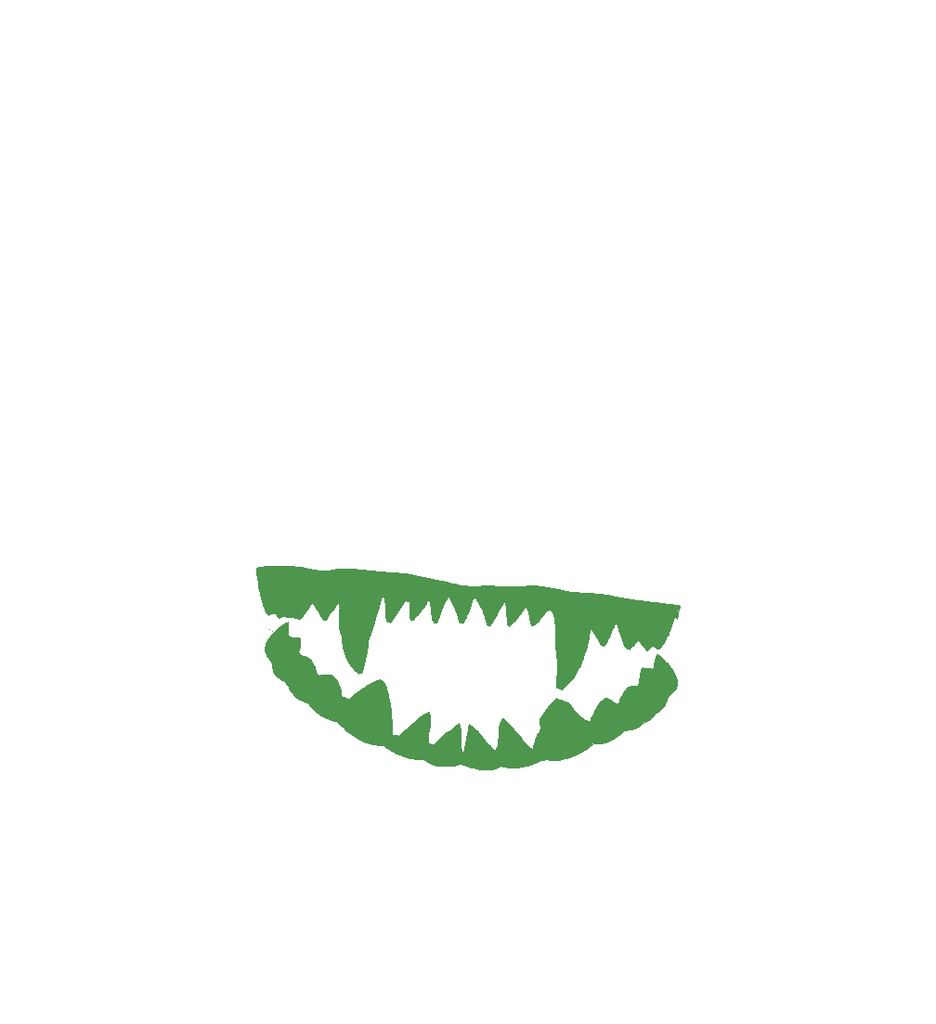
<source format=gto>
%TF.GenerationSoftware,KiCad,Pcbnew,(6.0.7)*%
%TF.CreationDate,2022-11-12T15:58:38-06:00*%
%TF.ProjectId,chrimbus2022,63687269-6d62-4757-9332-3032322e6b69,rev?*%
%TF.SameCoordinates,Original*%
%TF.FileFunction,Legend,Top*%
%TF.FilePolarity,Positive*%
%FSLAX46Y46*%
G04 Gerber Fmt 4.6, Leading zero omitted, Abs format (unit mm)*
G04 Created by KiCad (PCBNEW (6.0.7)) date 2022-11-12 15:58:38*
%MOMM*%
%LPD*%
G01*
G04 APERTURE LIST*
%ADD10C,0.230414*%
%ADD11C,0.119217*%
%ADD12C,0.100558*%
%ADD13C,3.200000*%
G04 APERTURE END LIST*
D10*
%TO.C,REF\u002A\u002A*%
X180224810Y-157364782D02*
X180224810Y-157364782D01*
X99175204Y-157364782D02*
X99175204Y-157364782D01*
X180224810Y-68695207D02*
X180224810Y-68695207D01*
G36*
X123384265Y-123014017D02*
G01*
X123406483Y-123057505D01*
X123425904Y-123101073D01*
X123442691Y-123144716D01*
X123457008Y-123188432D01*
X123469016Y-123232215D01*
X123478880Y-123276062D01*
X123492823Y-123363929D01*
X123500141Y-123451999D01*
X123502137Y-123540239D01*
X123500114Y-123628615D01*
X123495375Y-123717094D01*
X123482964Y-123894227D01*
X123477899Y-123982813D01*
X123475331Y-124071368D01*
X123476564Y-124159857D01*
X123482901Y-124248248D01*
X123495645Y-124336507D01*
X123504828Y-124380577D01*
X123516100Y-124424601D01*
X123644298Y-124444079D01*
X123772989Y-124460441D01*
X123902067Y-124474295D01*
X124031428Y-124486248D01*
X124549594Y-124527239D01*
X124569851Y-124613728D01*
X124586155Y-124700301D01*
X124598590Y-124786907D01*
X124607242Y-124873499D01*
X124612194Y-124960028D01*
X124613531Y-125046446D01*
X124611337Y-125132702D01*
X124605696Y-125218749D01*
X124596694Y-125304538D01*
X124584413Y-125390020D01*
X124568940Y-125475147D01*
X124550357Y-125559869D01*
X124528751Y-125644138D01*
X124504204Y-125727905D01*
X124476801Y-125811122D01*
X124446627Y-125893740D01*
X124580111Y-126122873D01*
X124687455Y-126141430D01*
X124789040Y-126164214D01*
X124885054Y-126191050D01*
X124975683Y-126221760D01*
X125061114Y-126256167D01*
X125141532Y-126294094D01*
X125217126Y-126335365D01*
X125288081Y-126379801D01*
X125354585Y-126427226D01*
X125416824Y-126477464D01*
X125474984Y-126530335D01*
X125529253Y-126585665D01*
X125579816Y-126643275D01*
X125626862Y-126702989D01*
X125670575Y-126764629D01*
X125711144Y-126828019D01*
X125783593Y-126959339D01*
X125845702Y-127095531D01*
X125898964Y-127235180D01*
X125944873Y-127376869D01*
X125984921Y-127519182D01*
X126020604Y-127660701D01*
X126084841Y-127935694D01*
X126375358Y-127896346D01*
X126521172Y-127877352D01*
X126667548Y-127860353D01*
X126814629Y-127846502D01*
X126962559Y-127836957D01*
X127111481Y-127832873D01*
X127186359Y-127833240D01*
X127261538Y-127835405D01*
X127393917Y-127939269D01*
X127517786Y-128047766D01*
X127633013Y-128160562D01*
X127739469Y-128277324D01*
X127837024Y-128397714D01*
X127925547Y-128521400D01*
X128004907Y-128648047D01*
X128074975Y-128777319D01*
X128135619Y-128908882D01*
X128186711Y-129042401D01*
X128228119Y-129177542D01*
X128259713Y-129313970D01*
X128281362Y-129451350D01*
X128292937Y-129589347D01*
X128294307Y-129727627D01*
X128285342Y-129865854D01*
X128430556Y-129919581D01*
X128576375Y-129972445D01*
X128869753Y-130076128D01*
X129146721Y-129831414D01*
X129431775Y-129588952D01*
X129727026Y-129352117D01*
X129879135Y-129236863D01*
X130034585Y-129124282D01*
X130193639Y-129014795D01*
X130356562Y-128908823D01*
X130523618Y-128806789D01*
X130695070Y-128709115D01*
X130871182Y-128616221D01*
X131052218Y-128528531D01*
X131238442Y-128446466D01*
X131430117Y-128370447D01*
X131474463Y-128354276D01*
X131517995Y-128341715D01*
X131560692Y-128332618D01*
X131602535Y-128326841D01*
X131643504Y-128324237D01*
X131683578Y-128324662D01*
X131722738Y-128327971D01*
X131760963Y-128334017D01*
X131798235Y-128342656D01*
X131834532Y-128353742D01*
X131869834Y-128367130D01*
X131904122Y-128382675D01*
X131937376Y-128400231D01*
X131969575Y-128419653D01*
X132000700Y-128440796D01*
X132030730Y-128463514D01*
X132059646Y-128487663D01*
X132087427Y-128513096D01*
X132114054Y-128539668D01*
X132139506Y-128567235D01*
X132186808Y-128624769D01*
X132229171Y-128684536D01*
X132266436Y-128745373D01*
X132298443Y-128806117D01*
X132325031Y-128865606D01*
X132346041Y-128922678D01*
X132435451Y-129196916D01*
X132516391Y-129472023D01*
X132589270Y-129747911D01*
X132654500Y-130024493D01*
X132712491Y-130301682D01*
X132763652Y-130579389D01*
X132808394Y-130857527D01*
X132847127Y-131136008D01*
X132908206Y-131693650D01*
X132950171Y-132251614D01*
X132976304Y-132809200D01*
X132989886Y-133365706D01*
X133182231Y-133392679D01*
X133374438Y-133421003D01*
X133550197Y-133280687D01*
X133720341Y-133136197D01*
X134048838Y-132838501D01*
X134694064Y-132234872D01*
X134860292Y-132087797D01*
X135031018Y-131944156D01*
X135207505Y-131804902D01*
X135391017Y-131670984D01*
X135582818Y-131543355D01*
X135784173Y-131422964D01*
X135996345Y-131310764D01*
X136220599Y-131207705D01*
X136264672Y-131298575D01*
X136303065Y-131389749D01*
X136336068Y-131481211D01*
X136363973Y-131572944D01*
X136387070Y-131664933D01*
X136405651Y-131757162D01*
X136430428Y-131942277D01*
X136440633Y-132128160D01*
X136438596Y-132314686D01*
X136426644Y-132501728D01*
X136407107Y-132689158D01*
X136299683Y-133440224D01*
X136277153Y-133627693D01*
X136261010Y-133814789D01*
X136253585Y-134001384D01*
X136257205Y-134187353D01*
X136405102Y-134187373D01*
X136553057Y-134186644D01*
X136845486Y-133925554D01*
X137141479Y-133666725D01*
X137441615Y-133410631D01*
X137746474Y-133157749D01*
X138056636Y-132908553D01*
X138372681Y-132663521D01*
X138695188Y-132423126D01*
X139024737Y-132187845D01*
X139056260Y-132272609D01*
X139083924Y-132357455D01*
X139128653Y-132527370D01*
X139160882Y-132697551D01*
X139182569Y-132867959D01*
X139195671Y-133038555D01*
X139202145Y-133209299D01*
X139203042Y-133551076D01*
X139200919Y-133892973D01*
X139203620Y-134063868D01*
X139211438Y-134234676D01*
X139226332Y-134405357D01*
X139250258Y-134575871D01*
X139285176Y-134746179D01*
X139333041Y-134916243D01*
X139368977Y-134754157D01*
X139401279Y-134591546D01*
X139457503Y-134265109D01*
X139554062Y-133609888D01*
X139604478Y-133282540D01*
X139663036Y-132956325D01*
X139696944Y-132793867D01*
X139734777Y-132631962D01*
X139777166Y-132470698D01*
X139824740Y-132310167D01*
X140009082Y-132442841D01*
X140184130Y-132580680D01*
X140350830Y-132723156D01*
X140510130Y-132869741D01*
X140662979Y-133019904D01*
X140810322Y-133173117D01*
X140953108Y-133328851D01*
X141092284Y-133486578D01*
X141631836Y-134126823D01*
X141904586Y-134445144D01*
X142045021Y-134602002D01*
X142189425Y-134756620D01*
X142236772Y-134667849D01*
X142278124Y-134577896D01*
X142313914Y-134486850D01*
X142344577Y-134394803D01*
X142370546Y-134301843D01*
X142392256Y-134208062D01*
X142424637Y-134018393D01*
X142445191Y-133826517D01*
X142457391Y-133633155D01*
X142470627Y-133244852D01*
X142478609Y-133051351D01*
X142492131Y-132859246D01*
X142514666Y-132669256D01*
X142549689Y-132482101D01*
X142572968Y-132389813D01*
X142600671Y-132298503D01*
X142633233Y-132208262D01*
X142671087Y-132119181D01*
X142714668Y-132031348D01*
X142764409Y-131944855D01*
X142820746Y-131859792D01*
X142884112Y-131776247D01*
X143082506Y-131944599D01*
X143272108Y-132117376D01*
X143454013Y-132294017D01*
X143629316Y-132473963D01*
X143799115Y-132656652D01*
X143964503Y-132841526D01*
X144286433Y-133215585D01*
X144603871Y-133591658D01*
X144925582Y-133965264D01*
X145090779Y-134149741D01*
X145260332Y-134331921D01*
X145435335Y-134511243D01*
X145616885Y-134687147D01*
X145655638Y-134471975D01*
X145697508Y-134256861D01*
X145745409Y-134042710D01*
X145772531Y-133936277D01*
X145802254Y-133830424D01*
X145834942Y-133725264D01*
X145870958Y-133620909D01*
X145910667Y-133517472D01*
X145954433Y-133415067D01*
X146002621Y-133313806D01*
X146055595Y-133213802D01*
X146113718Y-133115169D01*
X146177355Y-133018019D01*
X146198845Y-132986180D01*
X146217339Y-132953998D01*
X146233007Y-132921492D01*
X146246019Y-132888680D01*
X146256547Y-132855580D01*
X146264759Y-132822212D01*
X146270826Y-132788593D01*
X146274919Y-132754742D01*
X146277206Y-132720678D01*
X146277859Y-132686419D01*
X146274942Y-132617388D01*
X146267529Y-132547798D01*
X146256980Y-132477798D01*
X146231920Y-132337153D01*
X146220132Y-132266804D01*
X146210653Y-132196634D01*
X146204845Y-132126792D01*
X146204069Y-132057424D01*
X146205993Y-132022964D01*
X146209685Y-131988678D01*
X146215316Y-131954584D01*
X146223055Y-131920702D01*
X146293122Y-131790436D01*
X146365990Y-131660990D01*
X146441835Y-131532524D01*
X146520833Y-131405198D01*
X146603160Y-131279172D01*
X146688992Y-131154606D01*
X146778505Y-131031661D01*
X146871874Y-130910496D01*
X146969276Y-130791271D01*
X147070887Y-130674147D01*
X147176882Y-130559283D01*
X147287437Y-130446839D01*
X147402729Y-130336976D01*
X147522933Y-130229853D01*
X147648225Y-130125631D01*
X147778781Y-130024469D01*
X148231554Y-130157009D01*
X148345784Y-130192214D01*
X148458602Y-130229416D01*
X148569094Y-130269199D01*
X148676344Y-130312148D01*
X148779441Y-130358847D01*
X148877468Y-130409881D01*
X148924296Y-130437206D01*
X148969513Y-130465834D01*
X149013007Y-130495838D01*
X149054662Y-130527290D01*
X149094365Y-130560265D01*
X149132001Y-130594834D01*
X149167456Y-130631072D01*
X149200615Y-130669051D01*
X149231366Y-130708844D01*
X149259592Y-130750524D01*
X149285180Y-130794164D01*
X149308016Y-130839838D01*
X149365049Y-130939536D01*
X149426614Y-131037281D01*
X149492735Y-131132936D01*
X149563438Y-131226365D01*
X149638746Y-131317431D01*
X149718683Y-131405998D01*
X149803274Y-131491930D01*
X149892542Y-131575090D01*
X149986513Y-131655341D01*
X150085210Y-131732548D01*
X150188658Y-131806573D01*
X150296880Y-131877281D01*
X150409902Y-131944535D01*
X150527746Y-132008199D01*
X150650439Y-132068135D01*
X150778002Y-132124209D01*
X150847172Y-131986927D01*
X150913740Y-131848206D01*
X151043032Y-131568300D01*
X151173813Y-131288207D01*
X151242241Y-131149250D01*
X151314015Y-131011641D01*
X151390127Y-130875841D01*
X151471569Y-130742317D01*
X151559333Y-130611533D01*
X151654409Y-130483952D01*
X151757789Y-130360039D01*
X151870466Y-130240260D01*
X151993430Y-130125077D01*
X152059079Y-130069355D01*
X152127673Y-130014956D01*
X152614062Y-130052454D01*
X153317889Y-130557314D01*
X153358844Y-130497367D01*
X153397732Y-130433794D01*
X153470587Y-130297451D01*
X153539004Y-130151643D01*
X153605535Y-129999726D01*
X153672732Y-129845060D01*
X153743146Y-129691002D01*
X153819329Y-129540910D01*
X153860381Y-129468401D01*
X153903832Y-129398142D01*
X153950001Y-129330554D01*
X153999207Y-129266055D01*
X154051768Y-129205067D01*
X154108005Y-129148008D01*
X154168235Y-129095299D01*
X154232777Y-129047358D01*
X154301951Y-129004607D01*
X154376076Y-128967464D01*
X154455470Y-128936349D01*
X154540453Y-128911682D01*
X154631343Y-128893883D01*
X154728459Y-128883371D01*
X154832120Y-128880567D01*
X154942645Y-128885889D01*
X155060354Y-128899759D01*
X155185565Y-128922594D01*
X155212298Y-128814834D01*
X155234549Y-128706309D01*
X155253214Y-128597180D01*
X155269192Y-128487608D01*
X155324175Y-128048109D01*
X155340176Y-127938737D01*
X155358875Y-127829888D01*
X155381167Y-127721722D01*
X155407952Y-127614401D01*
X155440126Y-127508087D01*
X155478587Y-127402939D01*
X155524232Y-127299118D01*
X155577960Y-127196787D01*
X156070475Y-127273625D01*
X156317691Y-127310175D01*
X156565600Y-127344690D01*
X156590246Y-127256974D01*
X156611658Y-127168638D01*
X156630497Y-127079814D01*
X156647421Y-126990634D01*
X156709147Y-126632979D01*
X156726380Y-126543989D01*
X156745652Y-126455431D01*
X156767622Y-126367438D01*
X156792948Y-126280141D01*
X156822290Y-126193671D01*
X156856306Y-126108159D01*
X156895655Y-126023738D01*
X156940997Y-125940538D01*
X157016088Y-125987016D01*
X157089755Y-126034680D01*
X157161917Y-126083530D01*
X157232495Y-126133565D01*
X157301409Y-126184786D01*
X157368579Y-126237192D01*
X157433925Y-126290785D01*
X157497366Y-126345563D01*
X157558825Y-126401527D01*
X157618219Y-126458677D01*
X157675470Y-126517013D01*
X157730497Y-126576534D01*
X157783222Y-126637242D01*
X157833563Y-126699135D01*
X157881441Y-126762214D01*
X157926776Y-126826479D01*
X158176145Y-127202650D01*
X158296117Y-127392968D01*
X158409781Y-127585139D01*
X158463505Y-127682005D01*
X158514760Y-127779436D01*
X158563251Y-127877468D01*
X158608679Y-127976133D01*
X158650748Y-128075466D01*
X158689162Y-128175502D01*
X158723622Y-128276274D01*
X158753832Y-128377817D01*
X158763412Y-128433094D01*
X158769976Y-128488041D01*
X158773589Y-128542636D01*
X158774315Y-128596853D01*
X158772221Y-128650670D01*
X158767370Y-128704063D01*
X158759829Y-128757009D01*
X158749661Y-128809483D01*
X158736932Y-128861462D01*
X158721707Y-128912923D01*
X158704051Y-128963842D01*
X158684028Y-129014196D01*
X158661705Y-129063960D01*
X158637145Y-129113111D01*
X158610414Y-129161625D01*
X158581576Y-129209479D01*
X158550697Y-129256650D01*
X158517842Y-129303113D01*
X158446462Y-129393823D01*
X158367956Y-129481420D01*
X158282845Y-129565715D01*
X158191648Y-129646519D01*
X158094884Y-129723644D01*
X157993073Y-129796900D01*
X157886736Y-129866098D01*
X157880038Y-129923591D01*
X157871132Y-129980422D01*
X157860060Y-130036592D01*
X157846863Y-130092099D01*
X157831581Y-130146942D01*
X157814255Y-130201120D01*
X157773633Y-130307478D01*
X157725322Y-130411166D01*
X157669649Y-130512177D01*
X157606939Y-130610503D01*
X157537516Y-130706137D01*
X157461707Y-130799071D01*
X157379837Y-130889297D01*
X157292231Y-130976810D01*
X157199215Y-131061600D01*
X157101115Y-131143661D01*
X156998255Y-131222985D01*
X156890961Y-131299564D01*
X156779559Y-131373392D01*
X156748742Y-131427697D01*
X156715241Y-131480163D01*
X156679185Y-131530883D01*
X156640706Y-131579948D01*
X156556996Y-131673477D01*
X156465152Y-131761481D01*
X156366216Y-131844693D01*
X156261229Y-131923843D01*
X156151232Y-131999663D01*
X156037268Y-132072884D01*
X155801602Y-132214454D01*
X155562561Y-132354404D01*
X155444379Y-132425600D01*
X155328478Y-132498584D01*
X155215899Y-132574089D01*
X155107684Y-132652845D01*
X155072011Y-132681660D01*
X155034250Y-132707518D01*
X154994552Y-132730630D01*
X154953070Y-132751207D01*
X154909956Y-132769459D01*
X154865363Y-132785597D01*
X154772350Y-132812375D01*
X154675252Y-132833225D01*
X154575288Y-132849835D01*
X154371646Y-132877071D01*
X154270407Y-132891070D01*
X154171184Y-132907571D01*
X154075197Y-132928258D01*
X153983666Y-132954817D01*
X153939953Y-132970826D01*
X153897812Y-132988935D01*
X153857395Y-133009355D01*
X153818855Y-133032297D01*
X153782343Y-133057971D01*
X153748014Y-133086588D01*
X153716019Y-133118359D01*
X153686511Y-133153494D01*
X153572166Y-133266533D01*
X153449989Y-133374201D01*
X153320302Y-133476217D01*
X153183429Y-133572302D01*
X153039693Y-133662175D01*
X152889416Y-133745556D01*
X152732922Y-133822165D01*
X152570534Y-133891722D01*
X152402575Y-133953946D01*
X152229367Y-134008558D01*
X152051234Y-134055277D01*
X151868499Y-134093823D01*
X151681484Y-134123916D01*
X151490513Y-134145275D01*
X151295909Y-134157621D01*
X151097994Y-134160673D01*
X150778607Y-134405352D01*
X150612260Y-134523929D01*
X150441419Y-134639390D01*
X150266040Y-134751281D01*
X150086081Y-134859145D01*
X149901497Y-134962528D01*
X149712245Y-135060974D01*
X149518280Y-135154029D01*
X149319560Y-135241236D01*
X149116040Y-135322142D01*
X148907677Y-135396290D01*
X148694427Y-135463225D01*
X148476247Y-135522492D01*
X148253092Y-135573636D01*
X148024920Y-135616201D01*
X147909163Y-135634613D01*
X147791232Y-135644766D01*
X147671568Y-135648150D01*
X147550611Y-135646249D01*
X147306579Y-135632546D01*
X147062657Y-135615550D01*
X146941838Y-135609535D01*
X146822366Y-135607158D01*
X146704683Y-135609906D01*
X146589228Y-135619265D01*
X146476442Y-135636722D01*
X146421187Y-135648952D01*
X146366764Y-135663765D01*
X146313228Y-135681345D01*
X146260635Y-135701880D01*
X146209039Y-135725554D01*
X146158495Y-135752554D01*
X145970363Y-135838153D01*
X145775415Y-135919615D01*
X145574294Y-135996103D01*
X145367644Y-136066781D01*
X145156108Y-136130812D01*
X144940328Y-136187360D01*
X144720948Y-136235588D01*
X144498610Y-136274660D01*
X144273958Y-136303739D01*
X144047635Y-136321989D01*
X143820284Y-136328573D01*
X143592548Y-136322654D01*
X143365070Y-136303397D01*
X143138494Y-136269964D01*
X142913461Y-136221518D01*
X142690615Y-136157225D01*
X142594660Y-136219524D01*
X142496022Y-136275494D01*
X142394862Y-136325325D01*
X142291346Y-136369210D01*
X142185638Y-136407340D01*
X142077899Y-136439906D01*
X141968295Y-136467100D01*
X141856989Y-136489113D01*
X141629926Y-136518363D01*
X141398019Y-136529190D01*
X141162577Y-136523124D01*
X140924910Y-136501699D01*
X140686327Y-136466445D01*
X140448138Y-136418896D01*
X140211651Y-136360584D01*
X139978177Y-136293040D01*
X139749024Y-136217797D01*
X139525502Y-136136387D01*
X139308920Y-136050342D01*
X139100588Y-135961195D01*
X138891664Y-136028266D01*
X138674588Y-136085517D01*
X138450894Y-136132419D01*
X138222118Y-136168441D01*
X137989793Y-136193052D01*
X137755455Y-136205722D01*
X137520639Y-136205919D01*
X137286877Y-136193114D01*
X137055706Y-136166776D01*
X136828659Y-136126374D01*
X136607272Y-136071377D01*
X136393079Y-136001255D01*
X136187613Y-135915478D01*
X136088634Y-135866552D01*
X135992411Y-135813514D01*
X135899138Y-135756296D01*
X135809006Y-135694833D01*
X135722208Y-135629058D01*
X135638934Y-135558905D01*
X135510342Y-135569156D01*
X135382162Y-135574811D01*
X135127257Y-135572897D01*
X134874653Y-135554294D01*
X134624785Y-135520131D01*
X134378086Y-135471542D01*
X134134990Y-135409656D01*
X133895932Y-135335605D01*
X133661345Y-135250520D01*
X133431664Y-135155532D01*
X133207322Y-135051773D01*
X132988754Y-134940373D01*
X132776394Y-134822463D01*
X132570676Y-134699176D01*
X132372034Y-134571641D01*
X132180902Y-134440991D01*
X131997714Y-134308355D01*
X131822900Y-134304776D01*
X131651059Y-134294844D01*
X131482154Y-134278783D01*
X131316147Y-134256814D01*
X131152999Y-134229157D01*
X130992673Y-134196034D01*
X130835130Y-134157667D01*
X130680333Y-134114276D01*
X130528243Y-134066084D01*
X130378822Y-134013311D01*
X130087837Y-133894911D01*
X129807073Y-133760845D01*
X129536227Y-133612884D01*
X129274993Y-133452800D01*
X129023069Y-133282364D01*
X128780149Y-133103346D01*
X128545929Y-132917517D01*
X128320107Y-132726648D01*
X128102376Y-132532511D01*
X127892433Y-132336875D01*
X127689974Y-132141512D01*
X127474613Y-132088077D01*
X127266313Y-132025639D01*
X127065032Y-131954631D01*
X126870728Y-131875484D01*
X126683361Y-131788632D01*
X126502887Y-131694508D01*
X126329267Y-131593544D01*
X126162457Y-131486172D01*
X126002417Y-131372825D01*
X125849104Y-131253937D01*
X125702478Y-131129939D01*
X125562496Y-131001264D01*
X125429116Y-130868345D01*
X125302298Y-130731615D01*
X125181999Y-130591506D01*
X125068179Y-130448450D01*
X124917173Y-130391275D01*
X124769846Y-130329618D01*
X124626638Y-130263500D01*
X124487988Y-130192940D01*
X124354336Y-130117959D01*
X124226122Y-130038578D01*
X124103786Y-129954815D01*
X123987767Y-129866692D01*
X123878505Y-129774228D01*
X123776440Y-129677444D01*
X123682012Y-129576361D01*
X123595661Y-129470997D01*
X123555651Y-129416717D01*
X123517826Y-129361375D01*
X123482239Y-129304972D01*
X123448947Y-129247512D01*
X123418003Y-129188998D01*
X123389463Y-129129431D01*
X123363383Y-129068814D01*
X123339816Y-129007151D01*
X123323140Y-128953455D01*
X123302152Y-128901990D01*
X123277118Y-128852616D01*
X123248309Y-128805191D01*
X123215991Y-128759575D01*
X123180433Y-128715628D01*
X123141904Y-128673208D01*
X123100671Y-128632176D01*
X123011170Y-128553712D01*
X122914074Y-128479110D01*
X122811531Y-128407246D01*
X122705687Y-128336994D01*
X122492681Y-128196832D01*
X122389812Y-128124672D01*
X122292226Y-128049626D01*
X122202072Y-127970569D01*
X122160451Y-127929186D01*
X122121493Y-127886378D01*
X122085466Y-127842005D01*
X122052638Y-127795927D01*
X122023278Y-127748003D01*
X121997653Y-127698092D01*
X121975825Y-127659391D01*
X121956336Y-127620285D01*
X121938999Y-127580807D01*
X121923629Y-127540991D01*
X121898051Y-127460487D01*
X121878116Y-127379049D01*
X121862342Y-127296953D01*
X121849246Y-127214474D01*
X121825154Y-127049476D01*
X121811191Y-126967508D01*
X121793973Y-126886263D01*
X121772015Y-126806017D01*
X121758796Y-126766354D01*
X121743836Y-126727045D01*
X121726950Y-126688124D01*
X121707952Y-126649624D01*
X121686656Y-126611582D01*
X121662878Y-126574031D01*
X121636432Y-126537006D01*
X121607133Y-126500541D01*
X121574795Y-126464671D01*
X121539233Y-126429430D01*
X121475897Y-126354013D01*
X121419204Y-126277486D01*
X121368991Y-126199952D01*
X121325098Y-126121518D01*
X121287363Y-126042286D01*
X121255626Y-125962363D01*
X121229725Y-125881851D01*
X121209498Y-125800856D01*
X121194786Y-125719482D01*
X121185425Y-125637833D01*
X121181256Y-125556014D01*
X121182117Y-125474130D01*
X121187846Y-125392285D01*
X121198283Y-125310583D01*
X121213266Y-125229128D01*
X121232634Y-125148027D01*
X121256226Y-125067381D01*
X121283881Y-124987297D01*
X121315437Y-124907879D01*
X121350733Y-124829231D01*
X121389609Y-124751458D01*
X121431902Y-124674663D01*
X121526096Y-124524430D01*
X121632027Y-124379366D01*
X121748405Y-124240308D01*
X121873940Y-124108092D01*
X122007342Y-123983553D01*
X121529723Y-123617406D01*
X122007342Y-123983355D01*
X122074215Y-123909284D01*
X122143525Y-123836538D01*
X122215297Y-123765217D01*
X122289558Y-123695422D01*
X122366334Y-123627255D01*
X122445650Y-123560818D01*
X122527533Y-123496211D01*
X122612008Y-123433536D01*
X122699101Y-123372894D01*
X122788839Y-123314386D01*
X122881247Y-123258115D01*
X122976351Y-123204180D01*
X123074177Y-123152685D01*
X123174752Y-123103729D01*
X123278101Y-123057414D01*
X123384249Y-123013842D01*
X123384265Y-123014017D01*
G37*
D11*
X123384265Y-123014017D02*
X123406483Y-123057505D01*
X123425904Y-123101073D01*
X123442691Y-123144716D01*
X123457008Y-123188432D01*
X123469016Y-123232215D01*
X123478880Y-123276062D01*
X123492823Y-123363929D01*
X123500141Y-123451999D01*
X123502137Y-123540239D01*
X123500114Y-123628615D01*
X123495375Y-123717094D01*
X123482964Y-123894227D01*
X123477899Y-123982813D01*
X123475331Y-124071368D01*
X123476564Y-124159857D01*
X123482901Y-124248248D01*
X123495645Y-124336507D01*
X123504828Y-124380577D01*
X123516100Y-124424601D01*
X123644298Y-124444079D01*
X123772989Y-124460441D01*
X123902067Y-124474295D01*
X124031428Y-124486248D01*
X124549594Y-124527239D01*
X124569851Y-124613728D01*
X124586155Y-124700301D01*
X124598590Y-124786907D01*
X124607242Y-124873499D01*
X124612194Y-124960028D01*
X124613531Y-125046446D01*
X124611337Y-125132702D01*
X124605696Y-125218749D01*
X124596694Y-125304538D01*
X124584413Y-125390020D01*
X124568940Y-125475147D01*
X124550357Y-125559869D01*
X124528751Y-125644138D01*
X124504204Y-125727905D01*
X124476801Y-125811122D01*
X124446627Y-125893740D01*
X124580111Y-126122873D01*
X124687455Y-126141430D01*
X124789040Y-126164214D01*
X124885054Y-126191050D01*
X124975683Y-126221760D01*
X125061114Y-126256167D01*
X125141532Y-126294094D01*
X125217126Y-126335365D01*
X125288081Y-126379801D01*
X125354585Y-126427226D01*
X125416824Y-126477464D01*
X125474984Y-126530335D01*
X125529253Y-126585665D01*
X125579816Y-126643275D01*
X125626862Y-126702989D01*
X125670575Y-126764629D01*
X125711144Y-126828019D01*
X125783593Y-126959339D01*
X125845702Y-127095531D01*
X125898964Y-127235180D01*
X125944873Y-127376869D01*
X125984921Y-127519182D01*
X126020604Y-127660701D01*
X126084841Y-127935694D01*
X126375358Y-127896346D01*
X126521172Y-127877352D01*
X126667548Y-127860353D01*
X126814629Y-127846502D01*
X126962559Y-127836957D01*
X127111481Y-127832873D01*
X127186359Y-127833240D01*
X127261538Y-127835405D01*
X127393917Y-127939269D01*
X127517786Y-128047766D01*
X127633013Y-128160562D01*
X127739469Y-128277324D01*
X127837024Y-128397714D01*
X127925547Y-128521400D01*
X128004907Y-128648047D01*
X128074975Y-128777319D01*
X128135619Y-128908882D01*
X128186711Y-129042401D01*
X128228119Y-129177542D01*
X128259713Y-129313970D01*
X128281362Y-129451350D01*
X128292937Y-129589347D01*
X128294307Y-129727627D01*
X128285342Y-129865854D01*
X128430556Y-129919581D01*
X128576375Y-129972445D01*
X128869753Y-130076128D01*
X129146721Y-129831414D01*
X129431775Y-129588952D01*
X129727026Y-129352117D01*
X129879135Y-129236863D01*
X130034585Y-129124282D01*
X130193639Y-129014795D01*
X130356562Y-128908823D01*
X130523618Y-128806789D01*
X130695070Y-128709115D01*
X130871182Y-128616221D01*
X131052218Y-128528531D01*
X131238442Y-128446466D01*
X131430117Y-128370447D01*
X131474463Y-128354276D01*
X131517995Y-128341715D01*
X131560692Y-128332618D01*
X131602535Y-128326841D01*
X131643504Y-128324237D01*
X131683578Y-128324662D01*
X131722738Y-128327971D01*
X131760963Y-128334017D01*
X131798235Y-128342656D01*
X131834532Y-128353742D01*
X131869834Y-128367130D01*
X131904122Y-128382675D01*
X131937376Y-128400231D01*
X131969575Y-128419653D01*
X132000700Y-128440796D01*
X132030730Y-128463514D01*
X132059646Y-128487663D01*
X132087427Y-128513096D01*
X132114054Y-128539668D01*
X132139506Y-128567235D01*
X132186808Y-128624769D01*
X132229171Y-128684536D01*
X132266436Y-128745373D01*
X132298443Y-128806117D01*
X132325031Y-128865606D01*
X132346041Y-128922678D01*
X132435451Y-129196916D01*
X132516391Y-129472023D01*
X132589270Y-129747911D01*
X132654500Y-130024493D01*
X132712491Y-130301682D01*
X132763652Y-130579389D01*
X132808394Y-130857527D01*
X132847127Y-131136008D01*
X132908206Y-131693650D01*
X132950171Y-132251614D01*
X132976304Y-132809200D01*
X132989886Y-133365706D01*
X133182231Y-133392679D01*
X133374438Y-133421003D01*
X133550197Y-133280687D01*
X133720341Y-133136197D01*
X134048838Y-132838501D01*
X134694064Y-132234872D01*
X134860292Y-132087797D01*
X135031018Y-131944156D01*
X135207505Y-131804902D01*
X135391017Y-131670984D01*
X135582818Y-131543355D01*
X135784173Y-131422964D01*
X135996345Y-131310764D01*
X136220599Y-131207705D01*
X136264672Y-131298575D01*
X136303065Y-131389749D01*
X136336068Y-131481211D01*
X136363973Y-131572944D01*
X136387070Y-131664933D01*
X136405651Y-131757162D01*
X136430428Y-131942277D01*
X136440633Y-132128160D01*
X136438596Y-132314686D01*
X136426644Y-132501728D01*
X136407107Y-132689158D01*
X136299683Y-133440224D01*
X136277153Y-133627693D01*
X136261010Y-133814789D01*
X136253585Y-134001384D01*
X136257205Y-134187353D01*
X136405102Y-134187373D01*
X136553057Y-134186644D01*
X136845486Y-133925554D01*
X137141479Y-133666725D01*
X137441615Y-133410631D01*
X137746474Y-133157749D01*
X138056636Y-132908553D01*
X138372681Y-132663521D01*
X138695188Y-132423126D01*
X139024737Y-132187845D01*
X139056260Y-132272609D01*
X139083924Y-132357455D01*
X139128653Y-132527370D01*
X139160882Y-132697551D01*
X139182569Y-132867959D01*
X139195671Y-133038555D01*
X139202145Y-133209299D01*
X139203042Y-133551076D01*
X139200919Y-133892973D01*
X139203620Y-134063868D01*
X139211438Y-134234676D01*
X139226332Y-134405357D01*
X139250258Y-134575871D01*
X139285176Y-134746179D01*
X139333041Y-134916243D01*
X139368977Y-134754157D01*
X139401279Y-134591546D01*
X139457503Y-134265109D01*
X139554062Y-133609888D01*
X139604478Y-133282540D01*
X139663036Y-132956325D01*
X139696944Y-132793867D01*
X139734777Y-132631962D01*
X139777166Y-132470698D01*
X139824740Y-132310167D01*
X140009082Y-132442841D01*
X140184130Y-132580680D01*
X140350830Y-132723156D01*
X140510130Y-132869741D01*
X140662979Y-133019904D01*
X140810322Y-133173117D01*
X140953108Y-133328851D01*
X141092284Y-133486578D01*
X141631836Y-134126823D01*
X141904586Y-134445144D01*
X142045021Y-134602002D01*
X142189425Y-134756620D01*
X142236772Y-134667849D01*
X142278124Y-134577896D01*
X142313914Y-134486850D01*
X142344577Y-134394803D01*
X142370546Y-134301843D01*
X142392256Y-134208062D01*
X142424637Y-134018393D01*
X142445191Y-133826517D01*
X142457391Y-133633155D01*
X142470627Y-133244852D01*
X142478609Y-133051351D01*
X142492131Y-132859246D01*
X142514666Y-132669256D01*
X142549689Y-132482101D01*
X142572968Y-132389813D01*
X142600671Y-132298503D01*
X142633233Y-132208262D01*
X142671087Y-132119181D01*
X142714668Y-132031348D01*
X142764409Y-131944855D01*
X142820746Y-131859792D01*
X142884112Y-131776247D01*
X143082506Y-131944599D01*
X143272108Y-132117376D01*
X143454013Y-132294017D01*
X143629316Y-132473963D01*
X143799115Y-132656652D01*
X143964503Y-132841526D01*
X144286433Y-133215585D01*
X144603871Y-133591658D01*
X144925582Y-133965264D01*
X145090779Y-134149741D01*
X145260332Y-134331921D01*
X145435335Y-134511243D01*
X145616885Y-134687147D01*
X145655638Y-134471975D01*
X145697508Y-134256861D01*
X145745409Y-134042710D01*
X145772531Y-133936277D01*
X145802254Y-133830424D01*
X145834942Y-133725264D01*
X145870958Y-133620909D01*
X145910667Y-133517472D01*
X145954433Y-133415067D01*
X146002621Y-133313806D01*
X146055595Y-133213802D01*
X146113718Y-133115169D01*
X146177355Y-133018019D01*
X146198845Y-132986180D01*
X146217339Y-132953998D01*
X146233007Y-132921492D01*
X146246019Y-132888680D01*
X146256547Y-132855580D01*
X146264759Y-132822212D01*
X146270826Y-132788593D01*
X146274919Y-132754742D01*
X146277206Y-132720678D01*
X146277859Y-132686419D01*
X146274942Y-132617388D01*
X146267529Y-132547798D01*
X146256980Y-132477798D01*
X146231920Y-132337153D01*
X146220132Y-132266804D01*
X146210653Y-132196634D01*
X146204845Y-132126792D01*
X146204069Y-132057424D01*
X146205993Y-132022964D01*
X146209685Y-131988678D01*
X146215316Y-131954584D01*
X146223055Y-131920702D01*
X146293122Y-131790436D01*
X146365990Y-131660990D01*
X146441835Y-131532524D01*
X146520833Y-131405198D01*
X146603160Y-131279172D01*
X146688992Y-131154606D01*
X146778505Y-131031661D01*
X146871874Y-130910496D01*
X146969276Y-130791271D01*
X147070887Y-130674147D01*
X147176882Y-130559283D01*
X147287437Y-130446839D01*
X147402729Y-130336976D01*
X147522933Y-130229853D01*
X147648225Y-130125631D01*
X147778781Y-130024469D01*
X148231554Y-130157009D01*
X148345784Y-130192214D01*
X148458602Y-130229416D01*
X148569094Y-130269199D01*
X148676344Y-130312148D01*
X148779441Y-130358847D01*
X148877468Y-130409881D01*
X148924296Y-130437206D01*
X148969513Y-130465834D01*
X149013007Y-130495838D01*
X149054662Y-130527290D01*
X149094365Y-130560265D01*
X149132001Y-130594834D01*
X149167456Y-130631072D01*
X149200615Y-130669051D01*
X149231366Y-130708844D01*
X149259592Y-130750524D01*
X149285180Y-130794164D01*
X149308016Y-130839838D01*
X149365049Y-130939536D01*
X149426614Y-131037281D01*
X149492735Y-131132936D01*
X149563438Y-131226365D01*
X149638746Y-131317431D01*
X149718683Y-131405998D01*
X149803274Y-131491930D01*
X149892542Y-131575090D01*
X149986513Y-131655341D01*
X150085210Y-131732548D01*
X150188658Y-131806573D01*
X150296880Y-131877281D01*
X150409902Y-131944535D01*
X150527746Y-132008199D01*
X150650439Y-132068135D01*
X150778002Y-132124209D01*
X150847172Y-131986927D01*
X150913740Y-131848206D01*
X151043032Y-131568300D01*
X151173813Y-131288207D01*
X151242241Y-131149250D01*
X151314015Y-131011641D01*
X151390127Y-130875841D01*
X151471569Y-130742317D01*
X151559333Y-130611533D01*
X151654409Y-130483952D01*
X151757789Y-130360039D01*
X151870466Y-130240260D01*
X151993430Y-130125077D01*
X152059079Y-130069355D01*
X152127673Y-130014956D01*
X152614062Y-130052454D01*
X153317889Y-130557314D01*
X153358844Y-130497367D01*
X153397732Y-130433794D01*
X153470587Y-130297451D01*
X153539004Y-130151643D01*
X153605535Y-129999726D01*
X153672732Y-129845060D01*
X153743146Y-129691002D01*
X153819329Y-129540910D01*
X153860381Y-129468401D01*
X153903832Y-129398142D01*
X153950001Y-129330554D01*
X153999207Y-129266055D01*
X154051768Y-129205067D01*
X154108005Y-129148008D01*
X154168235Y-129095299D01*
X154232777Y-129047358D01*
X154301951Y-129004607D01*
X154376076Y-128967464D01*
X154455470Y-128936349D01*
X154540453Y-128911682D01*
X154631343Y-128893883D01*
X154728459Y-128883371D01*
X154832120Y-128880567D01*
X154942645Y-128885889D01*
X155060354Y-128899759D01*
X155185565Y-128922594D01*
X155212298Y-128814834D01*
X155234549Y-128706309D01*
X155253214Y-128597180D01*
X155269192Y-128487608D01*
X155324175Y-128048109D01*
X155340176Y-127938737D01*
X155358875Y-127829888D01*
X155381167Y-127721722D01*
X155407952Y-127614401D01*
X155440126Y-127508087D01*
X155478587Y-127402939D01*
X155524232Y-127299118D01*
X155577960Y-127196787D01*
X156070475Y-127273625D01*
X156317691Y-127310175D01*
X156565600Y-127344690D01*
X156590246Y-127256974D01*
X156611658Y-127168638D01*
X156630497Y-127079814D01*
X156647421Y-126990634D01*
X156709147Y-126632979D01*
X156726380Y-126543989D01*
X156745652Y-126455431D01*
X156767622Y-126367438D01*
X156792948Y-126280141D01*
X156822290Y-126193671D01*
X156856306Y-126108159D01*
X156895655Y-126023738D01*
X156940997Y-125940538D01*
X157016088Y-125987016D01*
X157089755Y-126034680D01*
X157161917Y-126083530D01*
X157232495Y-126133565D01*
X157301409Y-126184786D01*
X157368579Y-126237192D01*
X157433925Y-126290785D01*
X157497366Y-126345563D01*
X157558825Y-126401527D01*
X157618219Y-126458677D01*
X157675470Y-126517013D01*
X157730497Y-126576534D01*
X157783222Y-126637242D01*
X157833563Y-126699135D01*
X157881441Y-126762214D01*
X157926776Y-126826479D01*
X158176145Y-127202650D01*
X158296117Y-127392968D01*
X158409781Y-127585139D01*
X158463505Y-127682005D01*
X158514760Y-127779436D01*
X158563251Y-127877468D01*
X158608679Y-127976133D01*
X158650748Y-128075466D01*
X158689162Y-128175502D01*
X158723622Y-128276274D01*
X158753832Y-128377817D01*
X158763412Y-128433094D01*
X158769976Y-128488041D01*
X158773589Y-128542636D01*
X158774315Y-128596853D01*
X158772221Y-128650670D01*
X158767370Y-128704063D01*
X158759829Y-128757009D01*
X158749661Y-128809483D01*
X158736932Y-128861462D01*
X158721707Y-128912923D01*
X158704051Y-128963842D01*
X158684028Y-129014196D01*
X158661705Y-129063960D01*
X158637145Y-129113111D01*
X158610414Y-129161625D01*
X158581576Y-129209479D01*
X158550697Y-129256650D01*
X158517842Y-129303113D01*
X158446462Y-129393823D01*
X158367956Y-129481420D01*
X158282845Y-129565715D01*
X158191648Y-129646519D01*
X158094884Y-129723644D01*
X157993073Y-129796900D01*
X157886736Y-129866098D01*
X157880038Y-129923591D01*
X157871132Y-129980422D01*
X157860060Y-130036592D01*
X157846863Y-130092099D01*
X157831581Y-130146942D01*
X157814255Y-130201120D01*
X157773633Y-130307478D01*
X157725322Y-130411166D01*
X157669649Y-130512177D01*
X157606939Y-130610503D01*
X157537516Y-130706137D01*
X157461707Y-130799071D01*
X157379837Y-130889297D01*
X157292231Y-130976810D01*
X157199215Y-131061600D01*
X157101115Y-131143661D01*
X156998255Y-131222985D01*
X156890961Y-131299564D01*
X156779559Y-131373392D01*
X156748742Y-131427697D01*
X156715241Y-131480163D01*
X156679185Y-131530883D01*
X156640706Y-131579948D01*
X156556996Y-131673477D01*
X156465152Y-131761481D01*
X156366216Y-131844693D01*
X156261229Y-131923843D01*
X156151232Y-131999663D01*
X156037268Y-132072884D01*
X155801602Y-132214454D01*
X155562561Y-132354404D01*
X155444379Y-132425600D01*
X155328478Y-132498584D01*
X155215899Y-132574089D01*
X155107684Y-132652845D01*
X155072011Y-132681660D01*
X155034250Y-132707518D01*
X154994552Y-132730630D01*
X154953070Y-132751207D01*
X154909956Y-132769459D01*
X154865363Y-132785597D01*
X154772350Y-132812375D01*
X154675252Y-132833225D01*
X154575288Y-132849835D01*
X154371646Y-132877071D01*
X154270407Y-132891070D01*
X154171184Y-132907571D01*
X154075197Y-132928258D01*
X153983666Y-132954817D01*
X153939953Y-132970826D01*
X153897812Y-132988935D01*
X153857395Y-133009355D01*
X153818855Y-133032297D01*
X153782343Y-133057971D01*
X153748014Y-133086588D01*
X153716019Y-133118359D01*
X153686511Y-133153494D01*
X153572166Y-133266533D01*
X153449989Y-133374201D01*
X153320302Y-133476217D01*
X153183429Y-133572302D01*
X153039693Y-133662175D01*
X152889416Y-133745556D01*
X152732922Y-133822165D01*
X152570534Y-133891722D01*
X152402575Y-133953946D01*
X152229367Y-134008558D01*
X152051234Y-134055277D01*
X151868499Y-134093823D01*
X151681484Y-134123916D01*
X151490513Y-134145275D01*
X151295909Y-134157621D01*
X151097994Y-134160673D01*
X150778607Y-134405352D01*
X150612260Y-134523929D01*
X150441419Y-134639390D01*
X150266040Y-134751281D01*
X150086081Y-134859145D01*
X149901497Y-134962528D01*
X149712245Y-135060974D01*
X149518280Y-135154029D01*
X149319560Y-135241236D01*
X149116040Y-135322142D01*
X148907677Y-135396290D01*
X148694427Y-135463225D01*
X148476247Y-135522492D01*
X148253092Y-135573636D01*
X148024920Y-135616201D01*
X147909163Y-135634613D01*
X147791232Y-135644766D01*
X147671568Y-135648150D01*
X147550611Y-135646249D01*
X147306579Y-135632546D01*
X147062657Y-135615550D01*
X146941838Y-135609535D01*
X146822366Y-135607158D01*
X146704683Y-135609906D01*
X146589228Y-135619265D01*
X146476442Y-135636722D01*
X146421187Y-135648952D01*
X146366764Y-135663765D01*
X146313228Y-135681345D01*
X146260635Y-135701880D01*
X146209039Y-135725554D01*
X146158495Y-135752554D01*
X145970363Y-135838153D01*
X145775415Y-135919615D01*
X145574294Y-135996103D01*
X145367644Y-136066781D01*
X145156108Y-136130812D01*
X144940328Y-136187360D01*
X144720948Y-136235588D01*
X144498610Y-136274660D01*
X144273958Y-136303739D01*
X144047635Y-136321989D01*
X143820284Y-136328573D01*
X143592548Y-136322654D01*
X143365070Y-136303397D01*
X143138494Y-136269964D01*
X142913461Y-136221518D01*
X142690615Y-136157225D01*
X142594660Y-136219524D01*
X142496022Y-136275494D01*
X142394862Y-136325325D01*
X142291346Y-136369210D01*
X142185638Y-136407340D01*
X142077899Y-136439906D01*
X141968295Y-136467100D01*
X141856989Y-136489113D01*
X141629926Y-136518363D01*
X141398019Y-136529190D01*
X141162577Y-136523124D01*
X140924910Y-136501699D01*
X140686327Y-136466445D01*
X140448138Y-136418896D01*
X140211651Y-136360584D01*
X139978177Y-136293040D01*
X139749024Y-136217797D01*
X139525502Y-136136387D01*
X139308920Y-136050342D01*
X139100588Y-135961195D01*
X138891664Y-136028266D01*
X138674588Y-136085517D01*
X138450894Y-136132419D01*
X138222118Y-136168441D01*
X137989793Y-136193052D01*
X137755455Y-136205722D01*
X137520639Y-136205919D01*
X137286877Y-136193114D01*
X137055706Y-136166776D01*
X136828659Y-136126374D01*
X136607272Y-136071377D01*
X136393079Y-136001255D01*
X136187613Y-135915478D01*
X136088634Y-135866552D01*
X135992411Y-135813514D01*
X135899138Y-135756296D01*
X135809006Y-135694833D01*
X135722208Y-135629058D01*
X135638934Y-135558905D01*
X135510342Y-135569156D01*
X135382162Y-135574811D01*
X135127257Y-135572897D01*
X134874653Y-135554294D01*
X134624785Y-135520131D01*
X134378086Y-135471542D01*
X134134990Y-135409656D01*
X133895932Y-135335605D01*
X133661345Y-135250520D01*
X133431664Y-135155532D01*
X133207322Y-135051773D01*
X132988754Y-134940373D01*
X132776394Y-134822463D01*
X132570676Y-134699176D01*
X132372034Y-134571641D01*
X132180902Y-134440991D01*
X131997714Y-134308355D01*
X131822900Y-134304776D01*
X131651059Y-134294844D01*
X131482154Y-134278783D01*
X131316147Y-134256814D01*
X131152999Y-134229157D01*
X130992673Y-134196034D01*
X130835130Y-134157667D01*
X130680333Y-134114276D01*
X130528243Y-134066084D01*
X130378822Y-134013311D01*
X130087837Y-133894911D01*
X129807073Y-133760845D01*
X129536227Y-133612884D01*
X129274993Y-133452800D01*
X129023069Y-133282364D01*
X128780149Y-133103346D01*
X128545929Y-132917517D01*
X128320107Y-132726648D01*
X128102376Y-132532511D01*
X127892433Y-132336875D01*
X127689974Y-132141512D01*
X127474613Y-132088077D01*
X127266313Y-132025639D01*
X127065032Y-131954631D01*
X126870728Y-131875484D01*
X126683361Y-131788632D01*
X126502887Y-131694508D01*
X126329267Y-131593544D01*
X126162457Y-131486172D01*
X126002417Y-131372825D01*
X125849104Y-131253937D01*
X125702478Y-131129939D01*
X125562496Y-131001264D01*
X125429116Y-130868345D01*
X125302298Y-130731615D01*
X125181999Y-130591506D01*
X125068179Y-130448450D01*
X124917173Y-130391275D01*
X124769846Y-130329618D01*
X124626638Y-130263500D01*
X124487988Y-130192940D01*
X124354336Y-130117959D01*
X124226122Y-130038578D01*
X124103786Y-129954815D01*
X123987767Y-129866692D01*
X123878505Y-129774228D01*
X123776440Y-129677444D01*
X123682012Y-129576361D01*
X123595661Y-129470997D01*
X123555651Y-129416717D01*
X123517826Y-129361375D01*
X123482239Y-129304972D01*
X123448947Y-129247512D01*
X123418003Y-129188998D01*
X123389463Y-129129431D01*
X123363383Y-129068814D01*
X123339816Y-129007151D01*
X123323140Y-128953455D01*
X123302152Y-128901990D01*
X123277118Y-128852616D01*
X123248309Y-128805191D01*
X123215991Y-128759575D01*
X123180433Y-128715628D01*
X123141904Y-128673208D01*
X123100671Y-128632176D01*
X123011170Y-128553712D01*
X122914074Y-128479110D01*
X122811531Y-128407246D01*
X122705687Y-128336994D01*
X122492681Y-128196832D01*
X122389812Y-128124672D01*
X122292226Y-128049626D01*
X122202072Y-127970569D01*
X122160451Y-127929186D01*
X122121493Y-127886378D01*
X122085466Y-127842005D01*
X122052638Y-127795927D01*
X122023278Y-127748003D01*
X121997653Y-127698092D01*
X121975825Y-127659391D01*
X121956336Y-127620285D01*
X121938999Y-127580807D01*
X121923629Y-127540991D01*
X121898051Y-127460487D01*
X121878116Y-127379049D01*
X121862342Y-127296953D01*
X121849246Y-127214474D01*
X121825154Y-127049476D01*
X121811191Y-126967508D01*
X121793973Y-126886263D01*
X121772015Y-126806017D01*
X121758796Y-126766354D01*
X121743836Y-126727045D01*
X121726950Y-126688124D01*
X121707952Y-126649624D01*
X121686656Y-126611582D01*
X121662878Y-126574031D01*
X121636432Y-126537006D01*
X121607133Y-126500541D01*
X121574795Y-126464671D01*
X121539233Y-126429430D01*
X121475897Y-126354013D01*
X121419204Y-126277486D01*
X121368991Y-126199952D01*
X121325098Y-126121518D01*
X121287363Y-126042286D01*
X121255626Y-125962363D01*
X121229725Y-125881851D01*
X121209498Y-125800856D01*
X121194786Y-125719482D01*
X121185425Y-125637833D01*
X121181256Y-125556014D01*
X121182117Y-125474130D01*
X121187846Y-125392285D01*
X121198283Y-125310583D01*
X121213266Y-125229128D01*
X121232634Y-125148027D01*
X121256226Y-125067381D01*
X121283881Y-124987297D01*
X121315437Y-124907879D01*
X121350733Y-124829231D01*
X121389609Y-124751458D01*
X121431902Y-124674663D01*
X121526096Y-124524430D01*
X121632027Y-124379366D01*
X121748405Y-124240308D01*
X121873940Y-124108092D01*
X122007342Y-123983553D01*
X121529723Y-123617406D01*
X122007342Y-123983355D01*
X122074215Y-123909284D01*
X122143525Y-123836538D01*
X122215297Y-123765217D01*
X122289558Y-123695422D01*
X122366334Y-123627255D01*
X122445650Y-123560818D01*
X122527533Y-123496211D01*
X122612008Y-123433536D01*
X122699101Y-123372894D01*
X122788839Y-123314386D01*
X122881247Y-123258115D01*
X122976351Y-123204180D01*
X123074177Y-123152685D01*
X123174752Y-123103729D01*
X123278101Y-123057414D01*
X123384249Y-123013842D01*
X123384265Y-123014017D01*
G36*
X122551165Y-117940302D02*
G01*
X122551119Y-117941050D01*
X122930020Y-117948764D01*
X123308948Y-117966040D01*
X123687489Y-117992949D01*
X124065226Y-118029559D01*
X124441745Y-118075939D01*
X124816629Y-118132158D01*
X125189463Y-118198285D01*
X125559832Y-118274389D01*
X125789909Y-118322889D01*
X126018876Y-118354405D01*
X126246893Y-118371121D01*
X126474118Y-118375217D01*
X126700710Y-118368877D01*
X126926827Y-118354282D01*
X127378275Y-118309057D01*
X127829732Y-118256999D01*
X128055860Y-118233862D01*
X128282467Y-118215563D01*
X128509712Y-118204284D01*
X128737752Y-118202207D01*
X128966747Y-118211515D01*
X129196856Y-118234388D01*
X131621188Y-118451445D01*
X134046389Y-118658617D01*
X137279849Y-119276117D01*
X137758213Y-119419976D01*
X138246678Y-119549746D01*
X138493976Y-119607671D01*
X138742931Y-119660063D01*
X138993256Y-119706252D01*
X139244660Y-119745566D01*
X139496855Y-119777335D01*
X139749552Y-119800890D01*
X140002462Y-119815559D01*
X140255296Y-119820672D01*
X140507765Y-119815559D01*
X140759579Y-119799549D01*
X141010450Y-119771971D01*
X141260089Y-119732157D01*
X141831068Y-119761496D01*
X142402300Y-119784674D01*
X142973376Y-119800216D01*
X143543889Y-119806647D01*
X144113429Y-119802492D01*
X144681589Y-119786275D01*
X145247961Y-119756521D01*
X145812136Y-119711756D01*
X146362946Y-119800722D01*
X146912465Y-119901370D01*
X148011363Y-120112109D01*
X148562607Y-120209401D01*
X149116292Y-120292776D01*
X149394341Y-120327245D01*
X149673349Y-120355834D01*
X149953435Y-120377745D01*
X150234713Y-120392176D01*
X150600939Y-120408553D01*
X150965386Y-120435673D01*
X151328280Y-120472234D01*
X151689845Y-120516934D01*
X152409883Y-120625544D01*
X153127295Y-120751088D01*
X154561421Y-121011316D01*
X155281724Y-121125170D01*
X156006579Y-121214296D01*
X156379786Y-121258688D01*
X156754098Y-121296073D01*
X157503554Y-121364726D01*
X157877457Y-121403442D01*
X158249983Y-121450049D01*
X158620511Y-121508272D01*
X158804832Y-121542903D01*
X158988421Y-121581835D01*
X158927625Y-121900425D01*
X158862956Y-122218383D01*
X158729296Y-122853426D01*
X158451122Y-123609769D01*
X158306551Y-123989265D01*
X158229321Y-124177678D01*
X158147433Y-124364567D01*
X158059866Y-124549455D01*
X157965598Y-124731867D01*
X157863609Y-124911327D01*
X157752878Y-125087359D01*
X157632383Y-125259486D01*
X157501103Y-125427233D01*
X157358018Y-125590124D01*
X157202105Y-125747683D01*
X157184386Y-125744383D01*
X157167060Y-125740526D01*
X157150110Y-125736139D01*
X157133519Y-125731248D01*
X157117270Y-125725877D01*
X157101346Y-125720055D01*
X157070405Y-125707157D01*
X157040558Y-125692762D01*
X157011670Y-125677080D01*
X156983605Y-125660318D01*
X156956225Y-125642686D01*
X156929394Y-125624392D01*
X156902977Y-125605646D01*
X156850834Y-125567628D01*
X156798706Y-125530303D01*
X156772307Y-125512422D01*
X156745501Y-125495340D01*
X156662020Y-125473363D01*
X156615897Y-125461363D01*
X156577624Y-125451838D01*
X156352027Y-125692720D01*
X156239052Y-125813012D01*
X156125445Y-125932749D01*
X156005708Y-125808876D01*
X155890522Y-125682832D01*
X155779387Y-125554901D01*
X155671809Y-125425366D01*
X155567289Y-125294511D01*
X155465330Y-125162620D01*
X155365435Y-125029978D01*
X155267108Y-124896868D01*
X155189239Y-125011998D01*
X155108679Y-125125937D01*
X155025256Y-125238572D01*
X154938801Y-125349790D01*
X154849146Y-125459478D01*
X154756121Y-125567524D01*
X154659556Y-125673815D01*
X154559283Y-125778238D01*
X154523141Y-125761526D01*
X154485241Y-125745823D01*
X154446027Y-125730840D01*
X154405945Y-125716289D01*
X154324965Y-125687329D01*
X154284958Y-125672343D01*
X154245867Y-125656633D01*
X154208139Y-125639913D01*
X154172220Y-125621892D01*
X154138555Y-125602282D01*
X154122707Y-125591792D01*
X154107590Y-125580796D01*
X154093260Y-125569258D01*
X154079772Y-125557143D01*
X154067182Y-125544414D01*
X154055546Y-125531035D01*
X154044920Y-125516970D01*
X154035359Y-125502184D01*
X154026919Y-125486639D01*
X154019656Y-125470301D01*
X153960693Y-125344591D01*
X153906402Y-125218080D01*
X153856141Y-125090878D01*
X153809270Y-124963092D01*
X153723131Y-124706199D01*
X153642855Y-124448265D01*
X153563315Y-124190155D01*
X153479382Y-123932732D01*
X153434165Y-123804548D01*
X153385926Y-123676860D01*
X153334024Y-123549776D01*
X153277819Y-123423403D01*
X153216124Y-123549656D01*
X153157216Y-123676842D01*
X153044928Y-123933058D01*
X152935284Y-124190132D01*
X152822611Y-124446149D01*
X152763367Y-124573162D01*
X152701238Y-124699191D01*
X152635517Y-124823998D01*
X152565493Y-124947343D01*
X152490458Y-125068985D01*
X152409704Y-125188686D01*
X152322520Y-125306206D01*
X152228198Y-125421305D01*
X152126732Y-125409021D01*
X152025313Y-125397440D01*
X151924082Y-125386666D01*
X151823184Y-125376803D01*
X151646623Y-125011063D01*
X151556385Y-124828313D01*
X151461829Y-124646697D01*
X151412225Y-124556562D01*
X151360693Y-124467007D01*
X151306952Y-124378132D01*
X151250719Y-124290035D01*
X151191710Y-124202814D01*
X151129645Y-124116570D01*
X151064239Y-124031401D01*
X150995211Y-123947405D01*
X150864575Y-124676320D01*
X150790712Y-125044703D01*
X150708483Y-125413844D01*
X150615887Y-125782349D01*
X150510920Y-126148822D01*
X150391583Y-126511871D01*
X150255871Y-126870099D01*
X150101785Y-127222113D01*
X149927321Y-127566519D01*
X149730477Y-127901921D01*
X149509252Y-128226926D01*
X149388871Y-128385094D01*
X149261644Y-128540139D01*
X149127321Y-128691888D01*
X148985651Y-128840166D01*
X148836385Y-128984799D01*
X148679271Y-129125612D01*
X148514061Y-129262431D01*
X148340502Y-129395083D01*
X147700686Y-129195406D01*
X147745586Y-128702814D01*
X147780949Y-128208970D01*
X147804163Y-127714185D01*
X147812617Y-127218773D01*
X147803699Y-126723045D01*
X147791909Y-126475161D01*
X147774797Y-126227314D01*
X147752035Y-125979545D01*
X147723299Y-125731893D01*
X147688260Y-125484396D01*
X147646594Y-125237093D01*
X147660631Y-124925391D01*
X147668792Y-124613261D01*
X147670530Y-124300817D01*
X147665301Y-123988177D01*
X147652559Y-123675458D01*
X147631758Y-123362775D01*
X147602353Y-123050245D01*
X147563799Y-122737986D01*
X147550768Y-122699210D01*
X147538738Y-122658367D01*
X147515432Y-122572539D01*
X147503027Y-122528582D01*
X147489368Y-122484616D01*
X147473890Y-122441154D01*
X147456030Y-122398712D01*
X147446031Y-122378034D01*
X147435224Y-122357804D01*
X147423540Y-122338086D01*
X147410907Y-122318944D01*
X147397256Y-122300442D01*
X147382515Y-122282646D01*
X147366615Y-122265618D01*
X147349485Y-122249425D01*
X147331053Y-122234128D01*
X147311250Y-122219795D01*
X147290006Y-122206487D01*
X147267249Y-122194270D01*
X147242909Y-122183208D01*
X147216915Y-122173365D01*
X147189198Y-122164806D01*
X147159686Y-122157595D01*
X147103824Y-122202640D01*
X147050521Y-122249703D01*
X146999536Y-122298589D01*
X146950630Y-122349106D01*
X146858088Y-122454255D01*
X146770970Y-122563602D01*
X146438225Y-123012007D01*
X146349345Y-123119121D01*
X146302727Y-123170866D01*
X146254336Y-123221144D01*
X146203932Y-123269762D01*
X146151274Y-123316527D01*
X146096121Y-123361246D01*
X146038233Y-123403723D01*
X145977368Y-123443767D01*
X145913287Y-123481183D01*
X145845749Y-123515778D01*
X145774512Y-123547359D01*
X145699337Y-123575732D01*
X145619982Y-123600703D01*
X145536207Y-123622079D01*
X145447772Y-123639666D01*
X145376385Y-123199312D01*
X145338377Y-122979270D01*
X145297486Y-122759457D01*
X145252706Y-122539978D01*
X145203032Y-122320937D01*
X145147458Y-122102440D01*
X145084979Y-121884592D01*
X145009379Y-122004849D01*
X144931324Y-122124166D01*
X144850739Y-122242461D01*
X144767545Y-122359649D01*
X144681668Y-122475648D01*
X144593030Y-122590373D01*
X144501556Y-122703741D01*
X144407168Y-122815667D01*
X144309790Y-122926069D01*
X144209346Y-123034863D01*
X144105760Y-123141965D01*
X143998954Y-123247291D01*
X143888853Y-123350757D01*
X143775380Y-123452281D01*
X143658459Y-123551778D01*
X143538012Y-123649164D01*
X143204669Y-123439425D01*
X143215261Y-123318424D01*
X143222418Y-123197282D01*
X143226415Y-123076012D01*
X143227530Y-122954630D01*
X143222217Y-122711593D01*
X143208689Y-122468293D01*
X143189159Y-122224853D01*
X143165839Y-121981394D01*
X143116671Y-121494913D01*
X143025113Y-121621685D01*
X142938796Y-121750428D01*
X142856881Y-121880827D01*
X142778534Y-122012567D01*
X142629191Y-122278808D01*
X142484074Y-122546631D01*
X142336489Y-122813517D01*
X142259679Y-122945820D01*
X142179741Y-123076944D01*
X142095840Y-123206574D01*
X142007137Y-123334394D01*
X141912798Y-123460090D01*
X141811984Y-123583345D01*
X141709926Y-123568720D01*
X141608227Y-123554758D01*
X141405306Y-123528345D01*
X141386730Y-123363581D01*
X141359945Y-123199718D01*
X141325393Y-123036758D01*
X141283517Y-122874698D01*
X141234758Y-122713539D01*
X141179558Y-122553281D01*
X141118360Y-122393924D01*
X141051604Y-122235466D01*
X140979733Y-122077908D01*
X140903189Y-121921249D01*
X140822413Y-121765489D01*
X140737848Y-121610628D01*
X140559118Y-121303600D01*
X140370532Y-121000162D01*
X140311097Y-121149130D01*
X140255019Y-121299086D01*
X140149647Y-121601008D01*
X139943043Y-122206165D01*
X139887465Y-122356329D01*
X139828672Y-122505562D01*
X139765845Y-122653624D01*
X139698162Y-122800276D01*
X139624801Y-122945278D01*
X139544943Y-123088390D01*
X139457764Y-123229372D01*
X139362444Y-123367983D01*
X138958514Y-123327585D01*
X138923971Y-123175637D01*
X138884463Y-123024406D01*
X138840354Y-122873850D01*
X138792010Y-122723926D01*
X138739797Y-122574590D01*
X138684080Y-122425799D01*
X138563595Y-122129677D01*
X138433482Y-121835214D01*
X138296663Y-121542062D01*
X138014605Y-120958307D01*
X137928303Y-121101073D01*
X137847732Y-121245464D01*
X137772402Y-121391335D01*
X137701818Y-121538542D01*
X137635489Y-121686939D01*
X137572923Y-121836381D01*
X137457106Y-122137817D01*
X137350429Y-122441687D01*
X137248952Y-122746831D01*
X137045840Y-123356287D01*
X136834916Y-123336702D01*
X136729861Y-123327673D01*
X136624896Y-123319590D01*
X136562841Y-123197319D01*
X136510573Y-123074054D01*
X136467026Y-122949902D01*
X136431133Y-122824969D01*
X136401830Y-122699359D01*
X136378051Y-122573178D01*
X136358731Y-122446533D01*
X136342803Y-122319529D01*
X136291705Y-121810032D01*
X136276757Y-121682816D01*
X136258807Y-121555875D01*
X136236791Y-121429314D01*
X136209643Y-121303240D01*
X136055966Y-121533518D01*
X135899715Y-121763111D01*
X135738880Y-121990891D01*
X135571450Y-122215727D01*
X135484634Y-122326688D01*
X135395416Y-122436490D01*
X135303545Y-122544992D01*
X135208769Y-122652052D01*
X135110838Y-122757529D01*
X135009499Y-122861282D01*
X134904502Y-122963170D01*
X134795596Y-123063051D01*
X134612147Y-123038825D01*
X134428790Y-123013552D01*
X134408887Y-122806433D01*
X134395282Y-122599449D01*
X134387482Y-122392615D01*
X134384997Y-122185947D01*
X134387336Y-121979463D01*
X134394007Y-121773176D01*
X134404520Y-121567104D01*
X134418383Y-121361261D01*
X134112277Y-121335558D01*
X133474225Y-122330434D01*
X133308981Y-122576897D01*
X133136058Y-122820117D01*
X133045874Y-122940144D01*
X132952761Y-123058921D01*
X132856380Y-123176301D01*
X132756396Y-123292139D01*
X132541213Y-123271966D01*
X132325961Y-123252543D01*
X132280354Y-123106903D01*
X132244842Y-122961068D01*
X132218050Y-122815066D01*
X132198605Y-122668925D01*
X132185131Y-122522674D01*
X132176254Y-122376342D01*
X132166794Y-122083551D01*
X132159231Y-121790780D01*
X132152724Y-121644475D01*
X132142568Y-121498261D01*
X132127389Y-121352167D01*
X132105812Y-121206223D01*
X132076462Y-121060456D01*
X132037966Y-120914896D01*
X131888290Y-121398736D01*
X131746607Y-121884482D01*
X131468415Y-122857542D01*
X131322506Y-123342778D01*
X131165787Y-123825767D01*
X130993558Y-124305469D01*
X130900159Y-124543764D01*
X130801119Y-124780848D01*
X130795586Y-124976671D01*
X130781574Y-125171063D01*
X130760017Y-125364187D01*
X130731846Y-125556205D01*
X130697995Y-125747280D01*
X130659394Y-125937575D01*
X130571673Y-126316477D01*
X130380257Y-127072091D01*
X130291477Y-127451410D01*
X130252081Y-127642018D01*
X130217257Y-127833475D01*
X129861056Y-127996393D01*
X129628091Y-127805649D01*
X129416146Y-127606395D01*
X129224337Y-127399345D01*
X129051780Y-127185213D01*
X128897589Y-126964711D01*
X128760881Y-126738554D01*
X128640769Y-126507456D01*
X128536370Y-126272130D01*
X128446799Y-126033290D01*
X128371170Y-125791649D01*
X128308600Y-125547922D01*
X128258204Y-125302821D01*
X128219097Y-125057061D01*
X128190394Y-124811356D01*
X128171211Y-124566418D01*
X128160662Y-124322962D01*
X128087458Y-124153451D01*
X128028829Y-123983562D01*
X127983416Y-123813329D01*
X127949859Y-123642784D01*
X127926801Y-123471961D01*
X127912883Y-123300892D01*
X127906745Y-123129610D01*
X127907029Y-122958149D01*
X127912376Y-122786542D01*
X127921427Y-122614821D01*
X127945208Y-122271171D01*
X127967500Y-121927464D01*
X127974692Y-121755671D01*
X127977435Y-121583963D01*
X127897127Y-121672497D01*
X127820387Y-121762612D01*
X127746783Y-121854117D01*
X127675883Y-121946823D01*
X127540475Y-122135081D01*
X127410716Y-122325867D01*
X127154348Y-122708953D01*
X127020845Y-122898218D01*
X126951255Y-122991617D01*
X126879199Y-123083941D01*
X126725512Y-123076757D01*
X126641370Y-123073327D01*
X126571826Y-123071444D01*
X126449561Y-122882467D01*
X126330245Y-122692506D01*
X126093922Y-122311808D01*
X125973648Y-122122157D01*
X125849786Y-121933696D01*
X125720703Y-121746968D01*
X125584765Y-121562517D01*
X125335954Y-121931841D01*
X125208368Y-122115276D01*
X125077784Y-122297463D01*
X124943544Y-122478078D01*
X124804989Y-122656798D01*
X124661461Y-122833302D01*
X124512301Y-123007265D01*
X123760165Y-122856302D01*
X123384211Y-122781003D01*
X123007754Y-122708292D01*
X122775387Y-122828213D01*
X122542941Y-122948923D01*
X122366824Y-122696652D01*
X122190569Y-122445887D01*
X122094111Y-122446120D01*
X121996554Y-122446886D01*
X121967971Y-122458350D01*
X121939919Y-122471666D01*
X121912246Y-122486397D01*
X121884800Y-122502107D01*
X121829982Y-122534719D01*
X121802306Y-122550749D01*
X121774249Y-122566012D01*
X121745659Y-122580072D01*
X121716384Y-122592493D01*
X121686272Y-122602839D01*
X121670854Y-122607097D01*
X121655171Y-122610673D01*
X121639202Y-122613511D01*
X121622929Y-122615558D01*
X121606333Y-122616759D01*
X121589395Y-122617060D01*
X121572096Y-122616405D01*
X121554416Y-122614740D01*
X121536337Y-122612012D01*
X121517840Y-122608164D01*
X121435922Y-122498483D01*
X121360801Y-122386953D01*
X121292034Y-122273736D01*
X121229177Y-122158991D01*
X121171787Y-122042880D01*
X121119421Y-121925564D01*
X121071636Y-121807202D01*
X121027987Y-121687957D01*
X120988032Y-121567988D01*
X120951327Y-121447456D01*
X120885894Y-121205348D01*
X120828142Y-120962918D01*
X120774523Y-120721453D01*
X120706194Y-120425195D01*
X120648518Y-120128431D01*
X120598753Y-119831304D01*
X120554156Y-119533958D01*
X120469498Y-118939176D01*
X120423953Y-118642028D01*
X120372607Y-118345232D01*
X120368355Y-118329863D01*
X120365678Y-118314673D01*
X120364520Y-118299680D01*
X120364826Y-118284904D01*
X120366542Y-118270362D01*
X120369614Y-118256074D01*
X120373986Y-118242057D01*
X120379603Y-118228331D01*
X120386412Y-118214913D01*
X120394357Y-118201822D01*
X120403383Y-118189076D01*
X120413436Y-118176695D01*
X120424461Y-118164696D01*
X120436403Y-118153099D01*
X120462821Y-118131181D01*
X120492250Y-118111089D01*
X120524254Y-118092971D01*
X120558395Y-118076975D01*
X120594235Y-118063249D01*
X120631335Y-118051941D01*
X120669258Y-118043199D01*
X120707566Y-118037170D01*
X120745822Y-118034002D01*
X120969383Y-118010592D01*
X121193723Y-117990478D01*
X121418753Y-117973681D01*
X121644385Y-117960227D01*
X121870530Y-117950139D01*
X122097101Y-117943439D01*
X122324009Y-117940152D01*
X122551165Y-117940302D01*
G37*
X122551165Y-117940302D02*
X122551119Y-117941050D01*
X122930020Y-117948764D01*
X123308948Y-117966040D01*
X123687489Y-117992949D01*
X124065226Y-118029559D01*
X124441745Y-118075939D01*
X124816629Y-118132158D01*
X125189463Y-118198285D01*
X125559832Y-118274389D01*
X125789909Y-118322889D01*
X126018876Y-118354405D01*
X126246893Y-118371121D01*
X126474118Y-118375217D01*
X126700710Y-118368877D01*
X126926827Y-118354282D01*
X127378275Y-118309057D01*
X127829732Y-118256999D01*
X128055860Y-118233862D01*
X128282467Y-118215563D01*
X128509712Y-118204284D01*
X128737752Y-118202207D01*
X128966747Y-118211515D01*
X129196856Y-118234388D01*
X131621188Y-118451445D01*
X134046389Y-118658617D01*
X137279849Y-119276117D01*
X137758213Y-119419976D01*
X138246678Y-119549746D01*
X138493976Y-119607671D01*
X138742931Y-119660063D01*
X138993256Y-119706252D01*
X139244660Y-119745566D01*
X139496855Y-119777335D01*
X139749552Y-119800890D01*
X140002462Y-119815559D01*
X140255296Y-119820672D01*
X140507765Y-119815559D01*
X140759579Y-119799549D01*
X141010450Y-119771971D01*
X141260089Y-119732157D01*
X141831068Y-119761496D01*
X142402300Y-119784674D01*
X142973376Y-119800216D01*
X143543889Y-119806647D01*
X144113429Y-119802492D01*
X144681589Y-119786275D01*
X145247961Y-119756521D01*
X145812136Y-119711756D01*
X146362946Y-119800722D01*
X146912465Y-119901370D01*
X148011363Y-120112109D01*
X148562607Y-120209401D01*
X149116292Y-120292776D01*
X149394341Y-120327245D01*
X149673349Y-120355834D01*
X149953435Y-120377745D01*
X150234713Y-120392176D01*
X150600939Y-120408553D01*
X150965386Y-120435673D01*
X151328280Y-120472234D01*
X151689845Y-120516934D01*
X152409883Y-120625544D01*
X153127295Y-120751088D01*
X154561421Y-121011316D01*
X155281724Y-121125170D01*
X156006579Y-121214296D01*
X156379786Y-121258688D01*
X156754098Y-121296073D01*
X157503554Y-121364726D01*
X157877457Y-121403442D01*
X158249983Y-121450049D01*
X158620511Y-121508272D01*
X158804832Y-121542903D01*
X158988421Y-121581835D01*
X158927625Y-121900425D01*
X158862956Y-122218383D01*
X158729296Y-122853426D01*
X158451122Y-123609769D01*
X158306551Y-123989265D01*
X158229321Y-124177678D01*
X158147433Y-124364567D01*
X158059866Y-124549455D01*
X157965598Y-124731867D01*
X157863609Y-124911327D01*
X157752878Y-125087359D01*
X157632383Y-125259486D01*
X157501103Y-125427233D01*
X157358018Y-125590124D01*
X157202105Y-125747683D01*
X157184386Y-125744383D01*
X157167060Y-125740526D01*
X157150110Y-125736139D01*
X157133519Y-125731248D01*
X157117270Y-125725877D01*
X157101346Y-125720055D01*
X157070405Y-125707157D01*
X157040558Y-125692762D01*
X157011670Y-125677080D01*
X156983605Y-125660318D01*
X156956225Y-125642686D01*
X156929394Y-125624392D01*
X156902977Y-125605646D01*
X156850834Y-125567628D01*
X156798706Y-125530303D01*
X156772307Y-125512422D01*
X156745501Y-125495340D01*
X156662020Y-125473363D01*
X156615897Y-125461363D01*
X156577624Y-125451838D01*
X156352027Y-125692720D01*
X156239052Y-125813012D01*
X156125445Y-125932749D01*
X156005708Y-125808876D01*
X155890522Y-125682832D01*
X155779387Y-125554901D01*
X155671809Y-125425366D01*
X155567289Y-125294511D01*
X155465330Y-125162620D01*
X155365435Y-125029978D01*
X155267108Y-124896868D01*
X155189239Y-125011998D01*
X155108679Y-125125937D01*
X155025256Y-125238572D01*
X154938801Y-125349790D01*
X154849146Y-125459478D01*
X154756121Y-125567524D01*
X154659556Y-125673815D01*
X154559283Y-125778238D01*
X154523141Y-125761526D01*
X154485241Y-125745823D01*
X154446027Y-125730840D01*
X154405945Y-125716289D01*
X154324965Y-125687329D01*
X154284958Y-125672343D01*
X154245867Y-125656633D01*
X154208139Y-125639913D01*
X154172220Y-125621892D01*
X154138555Y-125602282D01*
X154122707Y-125591792D01*
X154107590Y-125580796D01*
X154093260Y-125569258D01*
X154079772Y-125557143D01*
X154067182Y-125544414D01*
X154055546Y-125531035D01*
X154044920Y-125516970D01*
X154035359Y-125502184D01*
X154026919Y-125486639D01*
X154019656Y-125470301D01*
X153960693Y-125344591D01*
X153906402Y-125218080D01*
X153856141Y-125090878D01*
X153809270Y-124963092D01*
X153723131Y-124706199D01*
X153642855Y-124448265D01*
X153563315Y-124190155D01*
X153479382Y-123932732D01*
X153434165Y-123804548D01*
X153385926Y-123676860D01*
X153334024Y-123549776D01*
X153277819Y-123423403D01*
X153216124Y-123549656D01*
X153157216Y-123676842D01*
X153044928Y-123933058D01*
X152935284Y-124190132D01*
X152822611Y-124446149D01*
X152763367Y-124573162D01*
X152701238Y-124699191D01*
X152635517Y-124823998D01*
X152565493Y-124947343D01*
X152490458Y-125068985D01*
X152409704Y-125188686D01*
X152322520Y-125306206D01*
X152228198Y-125421305D01*
X152126732Y-125409021D01*
X152025313Y-125397440D01*
X151924082Y-125386666D01*
X151823184Y-125376803D01*
X151646623Y-125011063D01*
X151556385Y-124828313D01*
X151461829Y-124646697D01*
X151412225Y-124556562D01*
X151360693Y-124467007D01*
X151306952Y-124378132D01*
X151250719Y-124290035D01*
X151191710Y-124202814D01*
X151129645Y-124116570D01*
X151064239Y-124031401D01*
X150995211Y-123947405D01*
X150864575Y-124676320D01*
X150790712Y-125044703D01*
X150708483Y-125413844D01*
X150615887Y-125782349D01*
X150510920Y-126148822D01*
X150391583Y-126511871D01*
X150255871Y-126870099D01*
X150101785Y-127222113D01*
X149927321Y-127566519D01*
X149730477Y-127901921D01*
X149509252Y-128226926D01*
X149388871Y-128385094D01*
X149261644Y-128540139D01*
X149127321Y-128691888D01*
X148985651Y-128840166D01*
X148836385Y-128984799D01*
X148679271Y-129125612D01*
X148514061Y-129262431D01*
X148340502Y-129395083D01*
X147700686Y-129195406D01*
X147745586Y-128702814D01*
X147780949Y-128208970D01*
X147804163Y-127714185D01*
X147812617Y-127218773D01*
X147803699Y-126723045D01*
X147791909Y-126475161D01*
X147774797Y-126227314D01*
X147752035Y-125979545D01*
X147723299Y-125731893D01*
X147688260Y-125484396D01*
X147646594Y-125237093D01*
X147660631Y-124925391D01*
X147668792Y-124613261D01*
X147670530Y-124300817D01*
X147665301Y-123988177D01*
X147652559Y-123675458D01*
X147631758Y-123362775D01*
X147602353Y-123050245D01*
X147563799Y-122737986D01*
X147550768Y-122699210D01*
X147538738Y-122658367D01*
X147515432Y-122572539D01*
X147503027Y-122528582D01*
X147489368Y-122484616D01*
X147473890Y-122441154D01*
X147456030Y-122398712D01*
X147446031Y-122378034D01*
X147435224Y-122357804D01*
X147423540Y-122338086D01*
X147410907Y-122318944D01*
X147397256Y-122300442D01*
X147382515Y-122282646D01*
X147366615Y-122265618D01*
X147349485Y-122249425D01*
X147331053Y-122234128D01*
X147311250Y-122219795D01*
X147290006Y-122206487D01*
X147267249Y-122194270D01*
X147242909Y-122183208D01*
X147216915Y-122173365D01*
X147189198Y-122164806D01*
X147159686Y-122157595D01*
X147103824Y-122202640D01*
X147050521Y-122249703D01*
X146999536Y-122298589D01*
X146950630Y-122349106D01*
X146858088Y-122454255D01*
X146770970Y-122563602D01*
X146438225Y-123012007D01*
X146349345Y-123119121D01*
X146302727Y-123170866D01*
X146254336Y-123221144D01*
X146203932Y-123269762D01*
X146151274Y-123316527D01*
X146096121Y-123361246D01*
X146038233Y-123403723D01*
X145977368Y-123443767D01*
X145913287Y-123481183D01*
X145845749Y-123515778D01*
X145774512Y-123547359D01*
X145699337Y-123575732D01*
X145619982Y-123600703D01*
X145536207Y-123622079D01*
X145447772Y-123639666D01*
X145376385Y-123199312D01*
X145338377Y-122979270D01*
X145297486Y-122759457D01*
X145252706Y-122539978D01*
X145203032Y-122320937D01*
X145147458Y-122102440D01*
X145084979Y-121884592D01*
X145009379Y-122004849D01*
X144931324Y-122124166D01*
X144850739Y-122242461D01*
X144767545Y-122359649D01*
X144681668Y-122475648D01*
X144593030Y-122590373D01*
X144501556Y-122703741D01*
X144407168Y-122815667D01*
X144309790Y-122926069D01*
X144209346Y-123034863D01*
X144105760Y-123141965D01*
X143998954Y-123247291D01*
X143888853Y-123350757D01*
X143775380Y-123452281D01*
X143658459Y-123551778D01*
X143538012Y-123649164D01*
X143204669Y-123439425D01*
X143215261Y-123318424D01*
X143222418Y-123197282D01*
X143226415Y-123076012D01*
X143227530Y-122954630D01*
X143222217Y-122711593D01*
X143208689Y-122468293D01*
X143189159Y-122224853D01*
X143165839Y-121981394D01*
X143116671Y-121494913D01*
X143025113Y-121621685D01*
X142938796Y-121750428D01*
X142856881Y-121880827D01*
X142778534Y-122012567D01*
X142629191Y-122278808D01*
X142484074Y-122546631D01*
X142336489Y-122813517D01*
X142259679Y-122945820D01*
X142179741Y-123076944D01*
X142095840Y-123206574D01*
X142007137Y-123334394D01*
X141912798Y-123460090D01*
X141811984Y-123583345D01*
X141709926Y-123568720D01*
X141608227Y-123554758D01*
X141405306Y-123528345D01*
X141386730Y-123363581D01*
X141359945Y-123199718D01*
X141325393Y-123036758D01*
X141283517Y-122874698D01*
X141234758Y-122713539D01*
X141179558Y-122553281D01*
X141118360Y-122393924D01*
X141051604Y-122235466D01*
X140979733Y-122077908D01*
X140903189Y-121921249D01*
X140822413Y-121765489D01*
X140737848Y-121610628D01*
X140559118Y-121303600D01*
X140370532Y-121000162D01*
X140311097Y-121149130D01*
X140255019Y-121299086D01*
X140149647Y-121601008D01*
X139943043Y-122206165D01*
X139887465Y-122356329D01*
X139828672Y-122505562D01*
X139765845Y-122653624D01*
X139698162Y-122800276D01*
X139624801Y-122945278D01*
X139544943Y-123088390D01*
X139457764Y-123229372D01*
X139362444Y-123367983D01*
X138958514Y-123327585D01*
X138923971Y-123175637D01*
X138884463Y-123024406D01*
X138840354Y-122873850D01*
X138792010Y-122723926D01*
X138739797Y-122574590D01*
X138684080Y-122425799D01*
X138563595Y-122129677D01*
X138433482Y-121835214D01*
X138296663Y-121542062D01*
X138014605Y-120958307D01*
X137928303Y-121101073D01*
X137847732Y-121245464D01*
X137772402Y-121391335D01*
X137701818Y-121538542D01*
X137635489Y-121686939D01*
X137572923Y-121836381D01*
X137457106Y-122137817D01*
X137350429Y-122441687D01*
X137248952Y-122746831D01*
X137045840Y-123356287D01*
X136834916Y-123336702D01*
X136729861Y-123327673D01*
X136624896Y-123319590D01*
X136562841Y-123197319D01*
X136510573Y-123074054D01*
X136467026Y-122949902D01*
X136431133Y-122824969D01*
X136401830Y-122699359D01*
X136378051Y-122573178D01*
X136358731Y-122446533D01*
X136342803Y-122319529D01*
X136291705Y-121810032D01*
X136276757Y-121682816D01*
X136258807Y-121555875D01*
X136236791Y-121429314D01*
X136209643Y-121303240D01*
X136055966Y-121533518D01*
X135899715Y-121763111D01*
X135738880Y-121990891D01*
X135571450Y-122215727D01*
X135484634Y-122326688D01*
X135395416Y-122436490D01*
X135303545Y-122544992D01*
X135208769Y-122652052D01*
X135110838Y-122757529D01*
X135009499Y-122861282D01*
X134904502Y-122963170D01*
X134795596Y-123063051D01*
X134612147Y-123038825D01*
X134428790Y-123013552D01*
X134408887Y-122806433D01*
X134395282Y-122599449D01*
X134387482Y-122392615D01*
X134384997Y-122185947D01*
X134387336Y-121979463D01*
X134394007Y-121773176D01*
X134404520Y-121567104D01*
X134418383Y-121361261D01*
X134112277Y-121335558D01*
X133474225Y-122330434D01*
X133308981Y-122576897D01*
X133136058Y-122820117D01*
X133045874Y-122940144D01*
X132952761Y-123058921D01*
X132856380Y-123176301D01*
X132756396Y-123292139D01*
X132541213Y-123271966D01*
X132325961Y-123252543D01*
X132280354Y-123106903D01*
X132244842Y-122961068D01*
X132218050Y-122815066D01*
X132198605Y-122668925D01*
X132185131Y-122522674D01*
X132176254Y-122376342D01*
X132166794Y-122083551D01*
X132159231Y-121790780D01*
X132152724Y-121644475D01*
X132142568Y-121498261D01*
X132127389Y-121352167D01*
X132105812Y-121206223D01*
X132076462Y-121060456D01*
X132037966Y-120914896D01*
X131888290Y-121398736D01*
X131746607Y-121884482D01*
X131468415Y-122857542D01*
X131322506Y-123342778D01*
X131165787Y-123825767D01*
X130993558Y-124305469D01*
X130900159Y-124543764D01*
X130801119Y-124780848D01*
X130795586Y-124976671D01*
X130781574Y-125171063D01*
X130760017Y-125364187D01*
X130731846Y-125556205D01*
X130697995Y-125747280D01*
X130659394Y-125937575D01*
X130571673Y-126316477D01*
X130380257Y-127072091D01*
X130291477Y-127451410D01*
X130252081Y-127642018D01*
X130217257Y-127833475D01*
X129861056Y-127996393D01*
X129628091Y-127805649D01*
X129416146Y-127606395D01*
X129224337Y-127399345D01*
X129051780Y-127185213D01*
X128897589Y-126964711D01*
X128760881Y-126738554D01*
X128640769Y-126507456D01*
X128536370Y-126272130D01*
X128446799Y-126033290D01*
X128371170Y-125791649D01*
X128308600Y-125547922D01*
X128258204Y-125302821D01*
X128219097Y-125057061D01*
X128190394Y-124811356D01*
X128171211Y-124566418D01*
X128160662Y-124322962D01*
X128087458Y-124153451D01*
X128028829Y-123983562D01*
X127983416Y-123813329D01*
X127949859Y-123642784D01*
X127926801Y-123471961D01*
X127912883Y-123300892D01*
X127906745Y-123129610D01*
X127907029Y-122958149D01*
X127912376Y-122786542D01*
X127921427Y-122614821D01*
X127945208Y-122271171D01*
X127967500Y-121927464D01*
X127974692Y-121755671D01*
X127977435Y-121583963D01*
X127897127Y-121672497D01*
X127820387Y-121762612D01*
X127746783Y-121854117D01*
X127675883Y-121946823D01*
X127540475Y-122135081D01*
X127410716Y-122325867D01*
X127154348Y-122708953D01*
X127020845Y-122898218D01*
X126951255Y-122991617D01*
X126879199Y-123083941D01*
X126725512Y-123076757D01*
X126641370Y-123073327D01*
X126571826Y-123071444D01*
X126449561Y-122882467D01*
X126330245Y-122692506D01*
X126093922Y-122311808D01*
X125973648Y-122122157D01*
X125849786Y-121933696D01*
X125720703Y-121746968D01*
X125584765Y-121562517D01*
X125335954Y-121931841D01*
X125208368Y-122115276D01*
X125077784Y-122297463D01*
X124943544Y-122478078D01*
X124804989Y-122656798D01*
X124661461Y-122833302D01*
X124512301Y-123007265D01*
X123760165Y-122856302D01*
X123384211Y-122781003D01*
X123007754Y-122708292D01*
X122775387Y-122828213D01*
X122542941Y-122948923D01*
X122366824Y-122696652D01*
X122190569Y-122445887D01*
X122094111Y-122446120D01*
X121996554Y-122446886D01*
X121967971Y-122458350D01*
X121939919Y-122471666D01*
X121912246Y-122486397D01*
X121884800Y-122502107D01*
X121829982Y-122534719D01*
X121802306Y-122550749D01*
X121774249Y-122566012D01*
X121745659Y-122580072D01*
X121716384Y-122592493D01*
X121686272Y-122602839D01*
X121670854Y-122607097D01*
X121655171Y-122610673D01*
X121639202Y-122613511D01*
X121622929Y-122615558D01*
X121606333Y-122616759D01*
X121589395Y-122617060D01*
X121572096Y-122616405D01*
X121554416Y-122614740D01*
X121536337Y-122612012D01*
X121517840Y-122608164D01*
X121435922Y-122498483D01*
X121360801Y-122386953D01*
X121292034Y-122273736D01*
X121229177Y-122158991D01*
X121171787Y-122042880D01*
X121119421Y-121925564D01*
X121071636Y-121807202D01*
X121027987Y-121687957D01*
X120988032Y-121567988D01*
X120951327Y-121447456D01*
X120885894Y-121205348D01*
X120828142Y-120962918D01*
X120774523Y-120721453D01*
X120706194Y-120425195D01*
X120648518Y-120128431D01*
X120598753Y-119831304D01*
X120554156Y-119533958D01*
X120469498Y-118939176D01*
X120423953Y-118642028D01*
X120372607Y-118345232D01*
X120368355Y-118329863D01*
X120365678Y-118314673D01*
X120364520Y-118299680D01*
X120364826Y-118284904D01*
X120366542Y-118270362D01*
X120369614Y-118256074D01*
X120373986Y-118242057D01*
X120379603Y-118228331D01*
X120386412Y-118214913D01*
X120394357Y-118201822D01*
X120403383Y-118189076D01*
X120413436Y-118176695D01*
X120424461Y-118164696D01*
X120436403Y-118153099D01*
X120462821Y-118131181D01*
X120492250Y-118111089D01*
X120524254Y-118092971D01*
X120558395Y-118076975D01*
X120594235Y-118063249D01*
X120631335Y-118051941D01*
X120669258Y-118043199D01*
X120707566Y-118037170D01*
X120745822Y-118034002D01*
X120969383Y-118010592D01*
X121193723Y-117990478D01*
X121418753Y-117973681D01*
X121644385Y-117960227D01*
X121870530Y-117950139D01*
X122097101Y-117943439D01*
X122324009Y-117940152D01*
X122551165Y-117940302D01*
%TD*%
%LPC*%
D10*
%TO.C,REF\u002A\u002A*%
X180224810Y-68695211D02*
X180224810Y-68695211D01*
X99175204Y-157364798D02*
X99175204Y-157364798D01*
X180224810Y-157364798D02*
X180224810Y-157364798D01*
G36*
X144089673Y-97744308D02*
G01*
X144404632Y-97779372D01*
X144715645Y-97834579D01*
X145022513Y-97908648D01*
X145325037Y-98000295D01*
X145623018Y-98108240D01*
X145916257Y-98231198D01*
X146204556Y-98367888D01*
X146487715Y-98517028D01*
X146765535Y-98677334D01*
X147037817Y-98847526D01*
X147304362Y-99026319D01*
X147564972Y-99212432D01*
X147819446Y-99404582D01*
X148067587Y-99601487D01*
X148309195Y-99801865D01*
X148575174Y-100048042D01*
X148835560Y-100301961D01*
X149089498Y-100563544D01*
X149336130Y-100832714D01*
X149574602Y-101109393D01*
X149804057Y-101393504D01*
X150023641Y-101684970D01*
X150232496Y-101983713D01*
X150429767Y-102289657D01*
X150614599Y-102602723D01*
X150786135Y-102922835D01*
X150943520Y-103249915D01*
X151085898Y-103583886D01*
X151212413Y-103924671D01*
X151322209Y-104272192D01*
X151414431Y-104626371D01*
X151450442Y-104773996D01*
X151480627Y-104922782D01*
X151505020Y-105072520D01*
X151523657Y-105222997D01*
X151536570Y-105374000D01*
X151543796Y-105525319D01*
X151545368Y-105676742D01*
X151541322Y-105828056D01*
X151531690Y-105979049D01*
X151516508Y-106129511D01*
X151495811Y-106279228D01*
X151469633Y-106427990D01*
X151438008Y-106575584D01*
X151400970Y-106721798D01*
X151358555Y-106866421D01*
X151310797Y-107009241D01*
X151257730Y-107150045D01*
X151199388Y-107288623D01*
X151135807Y-107424762D01*
X151067021Y-107558250D01*
X150993063Y-107688876D01*
X150913969Y-107816427D01*
X150829774Y-107940692D01*
X150740511Y-108061459D01*
X150646215Y-108178516D01*
X150546920Y-108291651D01*
X150442662Y-108400653D01*
X150333474Y-108505309D01*
X150219391Y-108605408D01*
X150100447Y-108700737D01*
X149976678Y-108791086D01*
X149848116Y-108876242D01*
X149442953Y-109117268D01*
X149022854Y-109327795D01*
X148589669Y-109508270D01*
X148145247Y-109659138D01*
X147691437Y-109780847D01*
X147230088Y-109873842D01*
X146763049Y-109938570D01*
X146292170Y-109975476D01*
X145819299Y-109985008D01*
X145346285Y-109967612D01*
X144874979Y-109923733D01*
X144407228Y-109853819D01*
X143944882Y-109758315D01*
X143489791Y-109637668D01*
X143043803Y-109492324D01*
X142608767Y-109322729D01*
X142291911Y-109166369D01*
X141987152Y-108988465D01*
X141695398Y-108790239D01*
X141417554Y-108572910D01*
X141154527Y-108337699D01*
X140907224Y-108085829D01*
X140676549Y-107818518D01*
X140463411Y-107536989D01*
X140268716Y-107242462D01*
X140093368Y-106936158D01*
X139938276Y-106619297D01*
X139804345Y-106293101D01*
X139692482Y-105958790D01*
X139603593Y-105617586D01*
X139538584Y-105270708D01*
X139498362Y-104919378D01*
X139477024Y-104548047D01*
X139476129Y-104177922D01*
X139494769Y-103809369D01*
X139532031Y-103442756D01*
X139587005Y-103078447D01*
X139658782Y-102716811D01*
X139746449Y-102358212D01*
X139849098Y-102003018D01*
X139965817Y-101651594D01*
X140095695Y-101304308D01*
X140237823Y-100961525D01*
X140391289Y-100623612D01*
X140555183Y-100290936D01*
X140728595Y-99963863D01*
X140910614Y-99642758D01*
X141100329Y-99327990D01*
X141193920Y-99170167D01*
X141296088Y-99017593D01*
X141406476Y-98870820D01*
X141524729Y-98730399D01*
X141650489Y-98596882D01*
X141783399Y-98470820D01*
X141923104Y-98352763D01*
X142069245Y-98243265D01*
X142221468Y-98142876D01*
X142379414Y-98052147D01*
X142542728Y-97971630D01*
X142711052Y-97901877D01*
X142884030Y-97843438D01*
X143061305Y-97796865D01*
X143242521Y-97762710D01*
X143427321Y-97741524D01*
X143513618Y-97736346D01*
X143599634Y-97732806D01*
X143685405Y-97730912D01*
X143770968Y-97730675D01*
X143770968Y-97730671D01*
X144089673Y-97744308D01*
G37*
D12*
X144089673Y-97744308D02*
X144404632Y-97779372D01*
X144715645Y-97834579D01*
X145022513Y-97908648D01*
X145325037Y-98000295D01*
X145623018Y-98108240D01*
X145916257Y-98231198D01*
X146204556Y-98367888D01*
X146487715Y-98517028D01*
X146765535Y-98677334D01*
X147037817Y-98847526D01*
X147304362Y-99026319D01*
X147564972Y-99212432D01*
X147819446Y-99404582D01*
X148067587Y-99601487D01*
X148309195Y-99801865D01*
X148575174Y-100048042D01*
X148835560Y-100301961D01*
X149089498Y-100563544D01*
X149336130Y-100832714D01*
X149574602Y-101109393D01*
X149804057Y-101393504D01*
X150023641Y-101684970D01*
X150232496Y-101983713D01*
X150429767Y-102289657D01*
X150614599Y-102602723D01*
X150786135Y-102922835D01*
X150943520Y-103249915D01*
X151085898Y-103583886D01*
X151212413Y-103924671D01*
X151322209Y-104272192D01*
X151414431Y-104626371D01*
X151450442Y-104773996D01*
X151480627Y-104922782D01*
X151505020Y-105072520D01*
X151523657Y-105222997D01*
X151536570Y-105374000D01*
X151543796Y-105525319D01*
X151545368Y-105676742D01*
X151541322Y-105828056D01*
X151531690Y-105979049D01*
X151516508Y-106129511D01*
X151495811Y-106279228D01*
X151469633Y-106427990D01*
X151438008Y-106575584D01*
X151400970Y-106721798D01*
X151358555Y-106866421D01*
X151310797Y-107009241D01*
X151257730Y-107150045D01*
X151199388Y-107288623D01*
X151135807Y-107424762D01*
X151067021Y-107558250D01*
X150993063Y-107688876D01*
X150913969Y-107816427D01*
X150829774Y-107940692D01*
X150740511Y-108061459D01*
X150646215Y-108178516D01*
X150546920Y-108291651D01*
X150442662Y-108400653D01*
X150333474Y-108505309D01*
X150219391Y-108605408D01*
X150100447Y-108700737D01*
X149976678Y-108791086D01*
X149848116Y-108876242D01*
X149442953Y-109117268D01*
X149022854Y-109327795D01*
X148589669Y-109508270D01*
X148145247Y-109659138D01*
X147691437Y-109780847D01*
X147230088Y-109873842D01*
X146763049Y-109938570D01*
X146292170Y-109975476D01*
X145819299Y-109985008D01*
X145346285Y-109967612D01*
X144874979Y-109923733D01*
X144407228Y-109853819D01*
X143944882Y-109758315D01*
X143489791Y-109637668D01*
X143043803Y-109492324D01*
X142608767Y-109322729D01*
X142291911Y-109166369D01*
X141987152Y-108988465D01*
X141695398Y-108790239D01*
X141417554Y-108572910D01*
X141154527Y-108337699D01*
X140907224Y-108085829D01*
X140676549Y-107818518D01*
X140463411Y-107536989D01*
X140268716Y-107242462D01*
X140093368Y-106936158D01*
X139938276Y-106619297D01*
X139804345Y-106293101D01*
X139692482Y-105958790D01*
X139603593Y-105617586D01*
X139538584Y-105270708D01*
X139498362Y-104919378D01*
X139477024Y-104548047D01*
X139476129Y-104177922D01*
X139494769Y-103809369D01*
X139532031Y-103442756D01*
X139587005Y-103078447D01*
X139658782Y-102716811D01*
X139746449Y-102358212D01*
X139849098Y-102003018D01*
X139965817Y-101651594D01*
X140095695Y-101304308D01*
X140237823Y-100961525D01*
X140391289Y-100623612D01*
X140555183Y-100290936D01*
X140728595Y-99963863D01*
X140910614Y-99642758D01*
X141100329Y-99327990D01*
X141193920Y-99170167D01*
X141296088Y-99017593D01*
X141406476Y-98870820D01*
X141524729Y-98730399D01*
X141650489Y-98596882D01*
X141783399Y-98470820D01*
X141923104Y-98352763D01*
X142069245Y-98243265D01*
X142221468Y-98142876D01*
X142379414Y-98052147D01*
X142542728Y-97971630D01*
X142711052Y-97901877D01*
X142884030Y-97843438D01*
X143061305Y-97796865D01*
X143242521Y-97762710D01*
X143427321Y-97741524D01*
X143513618Y-97736346D01*
X143599634Y-97732806D01*
X143685405Y-97730912D01*
X143770968Y-97730675D01*
X143770968Y-97730671D01*
X144089673Y-97744308D01*
G36*
X132309416Y-96370941D02*
G01*
X132426568Y-96377994D01*
X132543286Y-96388917D01*
X132659396Y-96403831D01*
X132774721Y-96422856D01*
X132889084Y-96446112D01*
X133002310Y-96473718D01*
X133114221Y-96505795D01*
X133224642Y-96542464D01*
X133333396Y-96583844D01*
X133440307Y-96630055D01*
X133545198Y-96681217D01*
X133647894Y-96737450D01*
X133748217Y-96798876D01*
X133845992Y-96865612D01*
X133971038Y-96954825D01*
X134087553Y-97051584D01*
X134196193Y-97155234D01*
X134297616Y-97265123D01*
X134392476Y-97380596D01*
X134481431Y-97501000D01*
X134565137Y-97625681D01*
X134644251Y-97753985D01*
X134719429Y-97885259D01*
X134791328Y-98018849D01*
X134927913Y-98290362D01*
X135190615Y-98832417D01*
X135450393Y-99407825D01*
X135571076Y-99701301D01*
X135684501Y-99998248D01*
X135789831Y-100298385D01*
X135886225Y-100601430D01*
X135972844Y-100907101D01*
X136048848Y-101215115D01*
X136113398Y-101525192D01*
X136165654Y-101837050D01*
X136204777Y-102150405D01*
X136229928Y-102464977D01*
X136240267Y-102780484D01*
X136234955Y-103096643D01*
X136213151Y-103413173D01*
X136174017Y-103729792D01*
X136144375Y-103902923D01*
X136107607Y-104073984D01*
X136063895Y-104242845D01*
X136013418Y-104409374D01*
X135956358Y-104573440D01*
X135892896Y-104734913D01*
X135823211Y-104893662D01*
X135747484Y-105049555D01*
X135578628Y-105352253D01*
X135387774Y-105641960D01*
X135176364Y-105917628D01*
X134945846Y-106178211D01*
X134697663Y-106422662D01*
X134433261Y-106649933D01*
X134154084Y-106858978D01*
X133861578Y-107048749D01*
X133557187Y-107218199D01*
X133242355Y-107366282D01*
X132918529Y-107491950D01*
X132587153Y-107594156D01*
X132143156Y-107692683D01*
X131691190Y-107766995D01*
X131233352Y-107816654D01*
X130771742Y-107841223D01*
X130308456Y-107840263D01*
X129845592Y-107813337D01*
X129385250Y-107760007D01*
X128929527Y-107679834D01*
X128480521Y-107572381D01*
X128040329Y-107437210D01*
X127611051Y-107273883D01*
X127194784Y-107081961D01*
X126793626Y-106861008D01*
X126409675Y-106610584D01*
X126045029Y-106330253D01*
X125870601Y-106178735D01*
X125701787Y-106019575D01*
X125584370Y-105895180D01*
X125475077Y-105766333D01*
X125373790Y-105633291D01*
X125280388Y-105496313D01*
X125194753Y-105355654D01*
X125116766Y-105211572D01*
X125046308Y-105064325D01*
X124983261Y-104914168D01*
X124927505Y-104761360D01*
X124878921Y-104606157D01*
X124802795Y-104289595D01*
X124753931Y-103966539D01*
X124731378Y-103639046D01*
X124734185Y-103309173D01*
X124761399Y-102978977D01*
X124812071Y-102650513D01*
X124885247Y-102325839D01*
X124979977Y-102007012D01*
X125095310Y-101696088D01*
X125230293Y-101395124D01*
X125383977Y-101106176D01*
X125632331Y-100683718D01*
X125902076Y-100272131D01*
X126192371Y-99872800D01*
X126502374Y-99487106D01*
X126831247Y-99116432D01*
X127178149Y-98762162D01*
X127542239Y-98425678D01*
X127922678Y-98108363D01*
X128318624Y-97811599D01*
X128729238Y-97536770D01*
X129153680Y-97285257D01*
X129591108Y-97058444D01*
X130040683Y-96857714D01*
X130501565Y-96684449D01*
X130972913Y-96540032D01*
X131453887Y-96425846D01*
X131530383Y-96413770D01*
X131607297Y-96403012D01*
X131684576Y-96393605D01*
X131762163Y-96385581D01*
X131840006Y-96378973D01*
X131918050Y-96373813D01*
X131996240Y-96370134D01*
X132074523Y-96367968D01*
X132192009Y-96367639D01*
X132309416Y-96370941D01*
G37*
X132309416Y-96370941D02*
X132426568Y-96377994D01*
X132543286Y-96388917D01*
X132659396Y-96403831D01*
X132774721Y-96422856D01*
X132889084Y-96446112D01*
X133002310Y-96473718D01*
X133114221Y-96505795D01*
X133224642Y-96542464D01*
X133333396Y-96583844D01*
X133440307Y-96630055D01*
X133545198Y-96681217D01*
X133647894Y-96737450D01*
X133748217Y-96798876D01*
X133845992Y-96865612D01*
X133971038Y-96954825D01*
X134087553Y-97051584D01*
X134196193Y-97155234D01*
X134297616Y-97265123D01*
X134392476Y-97380596D01*
X134481431Y-97501000D01*
X134565137Y-97625681D01*
X134644251Y-97753985D01*
X134719429Y-97885259D01*
X134791328Y-98018849D01*
X134927913Y-98290362D01*
X135190615Y-98832417D01*
X135450393Y-99407825D01*
X135571076Y-99701301D01*
X135684501Y-99998248D01*
X135789831Y-100298385D01*
X135886225Y-100601430D01*
X135972844Y-100907101D01*
X136048848Y-101215115D01*
X136113398Y-101525192D01*
X136165654Y-101837050D01*
X136204777Y-102150405D01*
X136229928Y-102464977D01*
X136240267Y-102780484D01*
X136234955Y-103096643D01*
X136213151Y-103413173D01*
X136174017Y-103729792D01*
X136144375Y-103902923D01*
X136107607Y-104073984D01*
X136063895Y-104242845D01*
X136013418Y-104409374D01*
X135956358Y-104573440D01*
X135892896Y-104734913D01*
X135823211Y-104893662D01*
X135747484Y-105049555D01*
X135578628Y-105352253D01*
X135387774Y-105641960D01*
X135176364Y-105917628D01*
X134945846Y-106178211D01*
X134697663Y-106422662D01*
X134433261Y-106649933D01*
X134154084Y-106858978D01*
X133861578Y-107048749D01*
X133557187Y-107218199D01*
X133242355Y-107366282D01*
X132918529Y-107491950D01*
X132587153Y-107594156D01*
X132143156Y-107692683D01*
X131691190Y-107766995D01*
X131233352Y-107816654D01*
X130771742Y-107841223D01*
X130308456Y-107840263D01*
X129845592Y-107813337D01*
X129385250Y-107760007D01*
X128929527Y-107679834D01*
X128480521Y-107572381D01*
X128040329Y-107437210D01*
X127611051Y-107273883D01*
X127194784Y-107081961D01*
X126793626Y-106861008D01*
X126409675Y-106610584D01*
X126045029Y-106330253D01*
X125870601Y-106178735D01*
X125701787Y-106019575D01*
X125584370Y-105895180D01*
X125475077Y-105766333D01*
X125373790Y-105633291D01*
X125280388Y-105496313D01*
X125194753Y-105355654D01*
X125116766Y-105211572D01*
X125046308Y-105064325D01*
X124983261Y-104914168D01*
X124927505Y-104761360D01*
X124878921Y-104606157D01*
X124802795Y-104289595D01*
X124753931Y-103966539D01*
X124731378Y-103639046D01*
X124734185Y-103309173D01*
X124761399Y-102978977D01*
X124812071Y-102650513D01*
X124885247Y-102325839D01*
X124979977Y-102007012D01*
X125095310Y-101696088D01*
X125230293Y-101395124D01*
X125383977Y-101106176D01*
X125632331Y-100683718D01*
X125902076Y-100272131D01*
X126192371Y-99872800D01*
X126502374Y-99487106D01*
X126831247Y-99116432D01*
X127178149Y-98762162D01*
X127542239Y-98425678D01*
X127922678Y-98108363D01*
X128318624Y-97811599D01*
X128729238Y-97536770D01*
X129153680Y-97285257D01*
X129591108Y-97058444D01*
X130040683Y-96857714D01*
X130501565Y-96684449D01*
X130972913Y-96540032D01*
X131453887Y-96425846D01*
X131530383Y-96413770D01*
X131607297Y-96403012D01*
X131684576Y-96393605D01*
X131762163Y-96385581D01*
X131840006Y-96378973D01*
X131918050Y-96373813D01*
X131996240Y-96370134D01*
X132074523Y-96367968D01*
X132192009Y-96367639D01*
X132309416Y-96370941D01*
G36*
X133031880Y-101546717D02*
G01*
X133187030Y-101566014D01*
X133339918Y-101596332D01*
X133490099Y-101637216D01*
X133637131Y-101688215D01*
X133780571Y-101748873D01*
X133919975Y-101818739D01*
X134054901Y-101897359D01*
X134184906Y-101984279D01*
X134309546Y-102079046D01*
X134428379Y-102181207D01*
X134540961Y-102290309D01*
X134646850Y-102405898D01*
X134745603Y-102527520D01*
X134836776Y-102654723D01*
X134919927Y-102787054D01*
X134994612Y-102924058D01*
X135060389Y-103065282D01*
X135116815Y-103210274D01*
X135163446Y-103358580D01*
X135199839Y-103509747D01*
X135225552Y-103663321D01*
X135240142Y-103818848D01*
X135243165Y-103975877D01*
X135234178Y-104133952D01*
X135212739Y-104292622D01*
X135178405Y-104451432D01*
X135130732Y-104609930D01*
X135086286Y-104764250D01*
X135031011Y-104912237D01*
X134965478Y-105053737D01*
X134890259Y-105188597D01*
X134805925Y-105316664D01*
X134713049Y-105437786D01*
X134612203Y-105551808D01*
X134503957Y-105658579D01*
X134388883Y-105757945D01*
X134267554Y-105849752D01*
X134140541Y-105933849D01*
X134008415Y-106010083D01*
X133871749Y-106078299D01*
X133731114Y-106138345D01*
X133587082Y-106190068D01*
X133440225Y-106233316D01*
X133291113Y-106267934D01*
X133140320Y-106293771D01*
X132988417Y-106310672D01*
X132835974Y-106318486D01*
X132683566Y-106317059D01*
X132531762Y-106306237D01*
X132381134Y-106285869D01*
X132232255Y-106255800D01*
X132085696Y-106215879D01*
X131942028Y-106165952D01*
X131801824Y-106105865D01*
X131665655Y-106035467D01*
X131534093Y-105954603D01*
X131407710Y-105863121D01*
X131287077Y-105760869D01*
X131172766Y-105647692D01*
X131053896Y-105532734D01*
X130946439Y-105410943D01*
X130850234Y-105282936D01*
X130765123Y-105149326D01*
X130690945Y-105010729D01*
X130627541Y-104867761D01*
X130574751Y-104721036D01*
X130532415Y-104571170D01*
X130500375Y-104418777D01*
X130478470Y-104264474D01*
X130466540Y-104108875D01*
X130464427Y-103952594D01*
X130471970Y-103796249D01*
X130489009Y-103640453D01*
X130515386Y-103485821D01*
X130550940Y-103332970D01*
X130595512Y-103182514D01*
X130648942Y-103035068D01*
X130711071Y-102891248D01*
X130781738Y-102751668D01*
X130860785Y-102616944D01*
X130948051Y-102487691D01*
X131043378Y-102364524D01*
X131146604Y-102248059D01*
X131257572Y-102138910D01*
X131376120Y-102037692D01*
X131502090Y-101945022D01*
X131635322Y-101861513D01*
X131775655Y-101787782D01*
X131922932Y-101724443D01*
X132076991Y-101672112D01*
X132237673Y-101631403D01*
X132237681Y-101631403D01*
X132397503Y-101588798D01*
X132557277Y-101559481D01*
X132716560Y-101542997D01*
X132874908Y-101538893D01*
X133031880Y-101546717D01*
G37*
X133031880Y-101546717D02*
X133187030Y-101566014D01*
X133339918Y-101596332D01*
X133490099Y-101637216D01*
X133637131Y-101688215D01*
X133780571Y-101748873D01*
X133919975Y-101818739D01*
X134054901Y-101897359D01*
X134184906Y-101984279D01*
X134309546Y-102079046D01*
X134428379Y-102181207D01*
X134540961Y-102290309D01*
X134646850Y-102405898D01*
X134745603Y-102527520D01*
X134836776Y-102654723D01*
X134919927Y-102787054D01*
X134994612Y-102924058D01*
X135060389Y-103065282D01*
X135116815Y-103210274D01*
X135163446Y-103358580D01*
X135199839Y-103509747D01*
X135225552Y-103663321D01*
X135240142Y-103818848D01*
X135243165Y-103975877D01*
X135234178Y-104133952D01*
X135212739Y-104292622D01*
X135178405Y-104451432D01*
X135130732Y-104609930D01*
X135086286Y-104764250D01*
X135031011Y-104912237D01*
X134965478Y-105053737D01*
X134890259Y-105188597D01*
X134805925Y-105316664D01*
X134713049Y-105437786D01*
X134612203Y-105551808D01*
X134503957Y-105658579D01*
X134388883Y-105757945D01*
X134267554Y-105849752D01*
X134140541Y-105933849D01*
X134008415Y-106010083D01*
X133871749Y-106078299D01*
X133731114Y-106138345D01*
X133587082Y-106190068D01*
X133440225Y-106233316D01*
X133291113Y-106267934D01*
X133140320Y-106293771D01*
X132988417Y-106310672D01*
X132835974Y-106318486D01*
X132683566Y-106317059D01*
X132531762Y-106306237D01*
X132381134Y-106285869D01*
X132232255Y-106255800D01*
X132085696Y-106215879D01*
X131942028Y-106165952D01*
X131801824Y-106105865D01*
X131665655Y-106035467D01*
X131534093Y-105954603D01*
X131407710Y-105863121D01*
X131287077Y-105760869D01*
X131172766Y-105647692D01*
X131053896Y-105532734D01*
X130946439Y-105410943D01*
X130850234Y-105282936D01*
X130765123Y-105149326D01*
X130690945Y-105010729D01*
X130627541Y-104867761D01*
X130574751Y-104721036D01*
X130532415Y-104571170D01*
X130500375Y-104418777D01*
X130478470Y-104264474D01*
X130466540Y-104108875D01*
X130464427Y-103952594D01*
X130471970Y-103796249D01*
X130489009Y-103640453D01*
X130515386Y-103485821D01*
X130550940Y-103332970D01*
X130595512Y-103182514D01*
X130648942Y-103035068D01*
X130711071Y-102891248D01*
X130781738Y-102751668D01*
X130860785Y-102616944D01*
X130948051Y-102487691D01*
X131043378Y-102364524D01*
X131146604Y-102248059D01*
X131257572Y-102138910D01*
X131376120Y-102037692D01*
X131502090Y-101945022D01*
X131635322Y-101861513D01*
X131775655Y-101787782D01*
X131922932Y-101724443D01*
X132076991Y-101672112D01*
X132237673Y-101631403D01*
X132237681Y-101631403D01*
X132397503Y-101588798D01*
X132557277Y-101559481D01*
X132716560Y-101542997D01*
X132874908Y-101538893D01*
X133031880Y-101546717D01*
G36*
X142416639Y-102424768D02*
G01*
X142522458Y-102430290D01*
X142627703Y-102440896D01*
X142732210Y-102456470D01*
X142835813Y-102476893D01*
X142938348Y-102502047D01*
X143039648Y-102531815D01*
X143139548Y-102566078D01*
X143237883Y-102604719D01*
X143334488Y-102647620D01*
X143521845Y-102745731D01*
X143700295Y-102859468D01*
X143868518Y-102987888D01*
X144025188Y-103130048D01*
X144098779Y-103205986D01*
X144168985Y-103285005D01*
X144235642Y-103366989D01*
X144298585Y-103451818D01*
X144357647Y-103539375D01*
X144412664Y-103629543D01*
X144463471Y-103722203D01*
X144509902Y-103817237D01*
X144551791Y-103914528D01*
X144588974Y-104013958D01*
X144621285Y-104115409D01*
X144648558Y-104218763D01*
X144681280Y-104344828D01*
X144705855Y-104471505D01*
X144722479Y-104598518D01*
X144731349Y-104725589D01*
X144732661Y-104852441D01*
X144726611Y-104978797D01*
X144713396Y-105104381D01*
X144693212Y-105228915D01*
X144666254Y-105352121D01*
X144632720Y-105473723D01*
X144592806Y-105593444D01*
X144546707Y-105711006D01*
X144494621Y-105826133D01*
X144436743Y-105938546D01*
X144373270Y-106047970D01*
X144304397Y-106154128D01*
X144230323Y-106256740D01*
X144151241Y-106355532D01*
X144067350Y-106450226D01*
X143978845Y-106540544D01*
X143885922Y-106626209D01*
X143788778Y-106706945D01*
X143687609Y-106782474D01*
X143582611Y-106852519D01*
X143473981Y-106916803D01*
X143361914Y-106975050D01*
X143246608Y-107026980D01*
X143128258Y-107072319D01*
X143007061Y-107110788D01*
X142883213Y-107142110D01*
X142756909Y-107166009D01*
X142628348Y-107182207D01*
X142496501Y-107198328D01*
X142365104Y-107205940D01*
X142234423Y-107205292D01*
X142104725Y-107196629D01*
X141976277Y-107180200D01*
X141849345Y-107156252D01*
X141724197Y-107125032D01*
X141601099Y-107086788D01*
X141480319Y-107041766D01*
X141362122Y-106990213D01*
X141246776Y-106932378D01*
X141134547Y-106868508D01*
X141025703Y-106798849D01*
X140920509Y-106723650D01*
X140819234Y-106643156D01*
X140722143Y-106557617D01*
X140629504Y-106467278D01*
X140541583Y-106372387D01*
X140458647Y-106273192D01*
X140380963Y-106169940D01*
X140308797Y-106062877D01*
X140242417Y-105952252D01*
X140182090Y-105838311D01*
X140128081Y-105721303D01*
X140080658Y-105601473D01*
X140040088Y-105479070D01*
X140006638Y-105354341D01*
X139980574Y-105227532D01*
X139962162Y-105098892D01*
X139951671Y-104968668D01*
X139949366Y-104837106D01*
X139955515Y-104704454D01*
X139960972Y-104597096D01*
X139971781Y-104490627D01*
X139987804Y-104385195D01*
X140008903Y-104280947D01*
X140034938Y-104178029D01*
X140065772Y-104076589D01*
X140101265Y-103976775D01*
X140141279Y-103878732D01*
X140185675Y-103782609D01*
X140234315Y-103688553D01*
X140287060Y-103596710D01*
X140343771Y-103507227D01*
X140404310Y-103420253D01*
X140468538Y-103335933D01*
X140536316Y-103254416D01*
X140607506Y-103175847D01*
X140681969Y-103100375D01*
X140759566Y-103028147D01*
X140840160Y-102959309D01*
X140923610Y-102894008D01*
X141009778Y-102832392D01*
X141098527Y-102774608D01*
X141189717Y-102720804D01*
X141283209Y-102671125D01*
X141378865Y-102625719D01*
X141476546Y-102584734D01*
X141576114Y-102548317D01*
X141677430Y-102516614D01*
X141780355Y-102489772D01*
X141884750Y-102467940D01*
X141990478Y-102451263D01*
X142097399Y-102439890D01*
X142203945Y-102429450D01*
X142310413Y-102424449D01*
X142416639Y-102424768D01*
G37*
X142416639Y-102424768D02*
X142522458Y-102430290D01*
X142627703Y-102440896D01*
X142732210Y-102456470D01*
X142835813Y-102476893D01*
X142938348Y-102502047D01*
X143039648Y-102531815D01*
X143139548Y-102566078D01*
X143237883Y-102604719D01*
X143334488Y-102647620D01*
X143521845Y-102745731D01*
X143700295Y-102859468D01*
X143868518Y-102987888D01*
X144025188Y-103130048D01*
X144098779Y-103205986D01*
X144168985Y-103285005D01*
X144235642Y-103366989D01*
X144298585Y-103451818D01*
X144357647Y-103539375D01*
X144412664Y-103629543D01*
X144463471Y-103722203D01*
X144509902Y-103817237D01*
X144551791Y-103914528D01*
X144588974Y-104013958D01*
X144621285Y-104115409D01*
X144648558Y-104218763D01*
X144681280Y-104344828D01*
X144705855Y-104471505D01*
X144722479Y-104598518D01*
X144731349Y-104725589D01*
X144732661Y-104852441D01*
X144726611Y-104978797D01*
X144713396Y-105104381D01*
X144693212Y-105228915D01*
X144666254Y-105352121D01*
X144632720Y-105473723D01*
X144592806Y-105593444D01*
X144546707Y-105711006D01*
X144494621Y-105826133D01*
X144436743Y-105938546D01*
X144373270Y-106047970D01*
X144304397Y-106154128D01*
X144230323Y-106256740D01*
X144151241Y-106355532D01*
X144067350Y-106450226D01*
X143978845Y-106540544D01*
X143885922Y-106626209D01*
X143788778Y-106706945D01*
X143687609Y-106782474D01*
X143582611Y-106852519D01*
X143473981Y-106916803D01*
X143361914Y-106975050D01*
X143246608Y-107026980D01*
X143128258Y-107072319D01*
X143007061Y-107110788D01*
X142883213Y-107142110D01*
X142756909Y-107166009D01*
X142628348Y-107182207D01*
X142496501Y-107198328D01*
X142365104Y-107205940D01*
X142234423Y-107205292D01*
X142104725Y-107196629D01*
X141976277Y-107180200D01*
X141849345Y-107156252D01*
X141724197Y-107125032D01*
X141601099Y-107086788D01*
X141480319Y-107041766D01*
X141362122Y-106990213D01*
X141246776Y-106932378D01*
X141134547Y-106868508D01*
X141025703Y-106798849D01*
X140920509Y-106723650D01*
X140819234Y-106643156D01*
X140722143Y-106557617D01*
X140629504Y-106467278D01*
X140541583Y-106372387D01*
X140458647Y-106273192D01*
X140380963Y-106169940D01*
X140308797Y-106062877D01*
X140242417Y-105952252D01*
X140182090Y-105838311D01*
X140128081Y-105721303D01*
X140080658Y-105601473D01*
X140040088Y-105479070D01*
X140006638Y-105354341D01*
X139980574Y-105227532D01*
X139962162Y-105098892D01*
X139951671Y-104968668D01*
X139949366Y-104837106D01*
X139955515Y-104704454D01*
X139960972Y-104597096D01*
X139971781Y-104490627D01*
X139987804Y-104385195D01*
X140008903Y-104280947D01*
X140034938Y-104178029D01*
X140065772Y-104076589D01*
X140101265Y-103976775D01*
X140141279Y-103878732D01*
X140185675Y-103782609D01*
X140234315Y-103688553D01*
X140287060Y-103596710D01*
X140343771Y-103507227D01*
X140404310Y-103420253D01*
X140468538Y-103335933D01*
X140536316Y-103254416D01*
X140607506Y-103175847D01*
X140681969Y-103100375D01*
X140759566Y-103028147D01*
X140840160Y-102959309D01*
X140923610Y-102894008D01*
X141009778Y-102832392D01*
X141098527Y-102774608D01*
X141189717Y-102720804D01*
X141283209Y-102671125D01*
X141378865Y-102625719D01*
X141476546Y-102584734D01*
X141576114Y-102548317D01*
X141677430Y-102516614D01*
X141780355Y-102489772D01*
X141884750Y-102467940D01*
X141990478Y-102451263D01*
X142097399Y-102439890D01*
X142203945Y-102429450D01*
X142310413Y-102424449D01*
X142416639Y-102424768D01*
G36*
X120504902Y-120563975D02*
G01*
X120659396Y-120606302D01*
X120713014Y-120847767D01*
X120770767Y-121090208D01*
X120836199Y-121332337D01*
X120872904Y-121452881D01*
X120912859Y-121572863D01*
X120956508Y-121692121D01*
X121004294Y-121810496D01*
X121056660Y-121927825D01*
X121114049Y-122043947D01*
X121176906Y-122158701D01*
X121245673Y-122271926D01*
X121320794Y-122383460D01*
X121402712Y-122493143D01*
X121421208Y-122496990D01*
X121439286Y-122499718D01*
X121456966Y-122501381D01*
X121474266Y-122502034D01*
X121491205Y-122501731D01*
X121507802Y-122500527D01*
X121524076Y-122498476D01*
X121540046Y-122495634D01*
X121555732Y-122492054D01*
X121571151Y-122487791D01*
X121601268Y-122477437D01*
X121630549Y-122465007D01*
X121659146Y-122450938D01*
X121687210Y-122435668D01*
X121714892Y-122419632D01*
X121769722Y-122387012D01*
X121797173Y-122371302D01*
X121824849Y-122356574D01*
X121852903Y-122343265D01*
X121881487Y-122331812D01*
X121979082Y-122331055D01*
X122075579Y-122330812D01*
X122251782Y-122581522D01*
X122427859Y-122833765D01*
X122660277Y-122713087D01*
X122892626Y-122593187D01*
X123269090Y-122665896D01*
X123645058Y-122741192D01*
X124397204Y-122892137D01*
X124546364Y-122718177D01*
X124689892Y-122541677D01*
X124828447Y-122362959D01*
X124962687Y-122182348D01*
X125093271Y-122000166D01*
X125220857Y-121816737D01*
X125469668Y-121447428D01*
X125605606Y-121631884D01*
X125734691Y-121818613D01*
X125858555Y-122007072D01*
X125978833Y-122196719D01*
X126215161Y-122577407D01*
X126334479Y-122767363D01*
X126456744Y-122956339D01*
X126526288Y-122958222D01*
X126610430Y-122961652D01*
X126764117Y-122968836D01*
X126836173Y-122876514D01*
X126905762Y-122783118D01*
X127039262Y-122593861D01*
X127295620Y-122210794D01*
X127425376Y-122020018D01*
X127560782Y-121831768D01*
X127631681Y-121739064D01*
X127705286Y-121647561D01*
X127782028Y-121557447D01*
X127862338Y-121468912D01*
X127859569Y-121640616D01*
X127852357Y-121812405D01*
X127830037Y-122156106D01*
X127806244Y-122499752D01*
X127797190Y-122671472D01*
X127791844Y-122843079D01*
X127791562Y-123014539D01*
X127797704Y-123185820D01*
X127811627Y-123356890D01*
X127834689Y-123527713D01*
X127868250Y-123698259D01*
X127913667Y-123868493D01*
X127972299Y-124038383D01*
X128045504Y-124207895D01*
X128056054Y-124451343D01*
X128075242Y-124696272D01*
X128103953Y-124941969D01*
X128143070Y-125187720D01*
X128193477Y-125432812D01*
X128256060Y-125676532D01*
X128331701Y-125918165D01*
X128421286Y-126156998D01*
X128525699Y-126392317D01*
X128645823Y-126623410D01*
X128782543Y-126849561D01*
X128936744Y-127070059D01*
X129109309Y-127284189D01*
X129301124Y-127491237D01*
X129513071Y-127690490D01*
X129746035Y-127881235D01*
X130102145Y-127718386D01*
X130136971Y-127526931D01*
X130176368Y-127336323D01*
X130265150Y-126957002D01*
X130456561Y-126201373D01*
X130544274Y-125822463D01*
X130582870Y-125632165D01*
X130616717Y-125441088D01*
X130644881Y-125249069D01*
X130666432Y-125055946D01*
X130680436Y-124861556D01*
X130685961Y-124665735D01*
X130785001Y-124428650D01*
X130878400Y-124190355D01*
X131050629Y-123710657D01*
X131207347Y-123227678D01*
X131353257Y-122742454D01*
X131631448Y-121769419D01*
X131773132Y-121283681D01*
X131922808Y-120799845D01*
X131961305Y-120945403D01*
X131990658Y-121091167D01*
X132012240Y-121237108D01*
X132027426Y-121383197D01*
X132037589Y-121529406D01*
X132044104Y-121675707D01*
X132051684Y-121968468D01*
X132061158Y-122261251D01*
X132070040Y-122407579D01*
X132083517Y-122553827D01*
X132102965Y-122699966D01*
X132129755Y-122845968D01*
X132165264Y-122991804D01*
X132210864Y-123137445D01*
X132426140Y-123156895D01*
X132641360Y-123177248D01*
X132741344Y-123061409D01*
X132837724Y-122944025D01*
X132930838Y-122825242D01*
X133021021Y-122705208D01*
X133193944Y-122461971D01*
X133359187Y-122215487D01*
X133997225Y-121220568D01*
X134150866Y-121233140D01*
X134303362Y-121246164D01*
X134289494Y-121452009D01*
X134278971Y-121658087D01*
X134272286Y-121864382D01*
X134269936Y-122070875D01*
X134272414Y-122277550D01*
X134280216Y-122484390D01*
X134293836Y-122691377D01*
X134313769Y-122898493D01*
X134497141Y-122923766D01*
X134680605Y-122947992D01*
X134789511Y-122848112D01*
X134894506Y-122746229D01*
X134995841Y-122642483D01*
X135093769Y-122537015D01*
X135188540Y-122429965D01*
X135280407Y-122321475D01*
X135369619Y-122211686D01*
X135456429Y-122100738D01*
X135623847Y-121875927D01*
X135784673Y-121648171D01*
X135940918Y-121418595D01*
X136094592Y-121188326D01*
X136121738Y-121314396D01*
X136143751Y-121440949D01*
X136161696Y-121567880D01*
X136176639Y-121695084D01*
X136227709Y-122204522D01*
X136243632Y-122331511D01*
X136262949Y-122458142D01*
X136286727Y-122584309D01*
X136316030Y-122709908D01*
X136351926Y-122834832D01*
X136395481Y-122958977D01*
X136447760Y-123082237D01*
X136509829Y-123204508D01*
X136930804Y-123241304D01*
X137133933Y-122631828D01*
X137235428Y-122326678D01*
X137342125Y-122022804D01*
X137457963Y-121721367D01*
X137520540Y-121571925D01*
X137586878Y-121423528D01*
X137657471Y-121276322D01*
X137732809Y-121130450D01*
X137813385Y-120986059D01*
X137899691Y-120843294D01*
X138181742Y-121427051D01*
X138318560Y-121720207D01*
X138448674Y-122014677D01*
X138569158Y-122310806D01*
X138624875Y-122459601D01*
X138677087Y-122608941D01*
X138725430Y-122758868D01*
X138769538Y-122909427D01*
X138809045Y-123060660D01*
X138843584Y-123212610D01*
X139045542Y-123232524D01*
X139247500Y-123253107D01*
X139247317Y-123251764D01*
X139342634Y-123113151D01*
X139429812Y-122972165D01*
X139509671Y-122829048D01*
X139583033Y-122684039D01*
X139650718Y-122537380D01*
X139713547Y-122389309D01*
X139772343Y-122240068D01*
X139827925Y-122089897D01*
X140034543Y-121484714D01*
X140139920Y-121182788D01*
X140196000Y-121032832D01*
X140255434Y-120883867D01*
X140444015Y-121187304D01*
X140622732Y-121494328D01*
X140707288Y-121649186D01*
X140788053Y-121804943D01*
X140864586Y-121961599D01*
X140936446Y-122119153D01*
X141003190Y-122277607D01*
X141064378Y-122436960D01*
X141119567Y-122597214D01*
X141168317Y-122758368D01*
X141210185Y-122920423D01*
X141244731Y-123083379D01*
X141271512Y-123247237D01*
X141290087Y-123411997D01*
X141493088Y-123438373D01*
X141594831Y-123452358D01*
X141696902Y-123466997D01*
X141797717Y-123343747D01*
X141892056Y-123218055D01*
X141980755Y-123090237D01*
X142064652Y-122960608D01*
X142144583Y-122829482D01*
X142221385Y-122697176D01*
X142368954Y-122430283D01*
X142514054Y-122162452D01*
X142663383Y-121896204D01*
X142741726Y-121764463D01*
X142823637Y-121634063D01*
X142909954Y-121505320D01*
X143001513Y-121378550D01*
X143050644Y-121865030D01*
X143073970Y-122108481D01*
X143093514Y-122351911D01*
X143107057Y-122595201D01*
X143112383Y-122838227D01*
X143111271Y-122959604D01*
X143107273Y-123080870D01*
X143100112Y-123202009D01*
X143089510Y-123323008D01*
X143422793Y-123532816D01*
X143543239Y-123435428D01*
X143660161Y-123335932D01*
X143773634Y-123234412D01*
X143883735Y-123130950D01*
X143990540Y-123025631D01*
X144094126Y-122918538D01*
X144194570Y-122809754D01*
X144291947Y-122699362D01*
X144386334Y-122587446D01*
X144477807Y-122474089D01*
X144566444Y-122359374D01*
X144652320Y-122243386D01*
X144735511Y-122126206D01*
X144816095Y-122007920D01*
X144894147Y-121888609D01*
X144969744Y-121768358D01*
X145032221Y-121986198D01*
X145087790Y-122204686D01*
X145137457Y-122423717D01*
X145182228Y-122643187D01*
X145223111Y-122862991D01*
X145261111Y-123083024D01*
X145332491Y-123523355D01*
X145420927Y-123505770D01*
X145504703Y-123484395D01*
X145584059Y-123459424D01*
X145659237Y-123431052D01*
X145730476Y-123399470D01*
X145798018Y-123364873D01*
X145862103Y-123327455D01*
X145922971Y-123287409D01*
X145980864Y-123244928D01*
X146036021Y-123200207D01*
X146088685Y-123153438D01*
X146139094Y-123104816D01*
X146187490Y-123054533D01*
X146234113Y-123002784D01*
X146323004Y-122895661D01*
X146655786Y-122447224D01*
X146742910Y-122337872D01*
X146835456Y-122232719D01*
X146884364Y-122182202D01*
X146935349Y-122133315D01*
X146988651Y-122086253D01*
X147044512Y-122041208D01*
X147074027Y-122048419D01*
X147101747Y-122056978D01*
X147127743Y-122066820D01*
X147152085Y-122077881D01*
X147174844Y-122090097D01*
X147196091Y-122103404D01*
X147215895Y-122117736D01*
X147234328Y-122133031D01*
X147251460Y-122149223D01*
X147267362Y-122166249D01*
X147282104Y-122184044D01*
X147295756Y-122202543D01*
X147308389Y-122221684D01*
X147320075Y-122241400D01*
X147330882Y-122261628D01*
X147340882Y-122282305D01*
X147358742Y-122324743D01*
X147374219Y-122368202D01*
X147387878Y-122412165D01*
X147400283Y-122456120D01*
X147423585Y-122541947D01*
X147435612Y-122582791D01*
X147448641Y-122621569D01*
X147487192Y-122933835D01*
X147516587Y-123246383D01*
X147537375Y-123559091D01*
X147550103Y-123871840D01*
X147555316Y-124184510D01*
X147553563Y-124496979D01*
X147545390Y-124809128D01*
X147531344Y-125120836D01*
X147573009Y-125368138D01*
X147608047Y-125615634D01*
X147636785Y-125863287D01*
X147659548Y-126111056D01*
X147676665Y-126358903D01*
X147688460Y-126606789D01*
X147697392Y-127102519D01*
X147688955Y-127597933D01*
X147665761Y-128092718D01*
X147630420Y-128586561D01*
X147585543Y-129079149D01*
X148225298Y-129278818D01*
X148398858Y-129146167D01*
X148564071Y-129009347D01*
X148721187Y-128868534D01*
X148870456Y-128723902D01*
X149012129Y-128575624D01*
X149146456Y-128423875D01*
X149273686Y-128268830D01*
X149394071Y-128110662D01*
X149615304Y-127785657D01*
X149812156Y-127450255D01*
X149986629Y-127105850D01*
X150140725Y-126753837D01*
X150276444Y-126395609D01*
X150395790Y-126032562D01*
X150500763Y-125666089D01*
X150593365Y-125297586D01*
X150675598Y-124928447D01*
X150749463Y-124560066D01*
X150880099Y-123831156D01*
X150949129Y-123915151D01*
X151014537Y-124000318D01*
X151076605Y-124086558D01*
X151135615Y-124173771D01*
X151191850Y-124261860D01*
X151245593Y-124350726D01*
X151297126Y-124440270D01*
X151346732Y-124530394D01*
X151441291Y-124711989D01*
X151531532Y-124894721D01*
X151708102Y-125260446D01*
X151808984Y-125270314D01*
X151910181Y-125281121D01*
X152011573Y-125292791D01*
X152113039Y-125305246D01*
X152207359Y-125190148D01*
X152294543Y-125072630D01*
X152375299Y-124952931D01*
X152450336Y-124831292D01*
X152520363Y-124707951D01*
X152586089Y-124583148D01*
X152648222Y-124457123D01*
X152707472Y-124330114D01*
X152820157Y-124074107D01*
X152929813Y-123817041D01*
X153042111Y-123560833D01*
X153101023Y-123433649D01*
X153162722Y-123307398D01*
X153218930Y-123433764D01*
X153270834Y-123560842D01*
X153319076Y-123688523D01*
X153364296Y-123816699D01*
X153448234Y-124074107D01*
X153527779Y-124332203D01*
X153608058Y-124590125D01*
X153694201Y-124847011D01*
X153741073Y-124974797D01*
X153791335Y-125102000D01*
X153845626Y-125228512D01*
X153904589Y-125354227D01*
X153911852Y-125370564D01*
X153920292Y-125386106D01*
X153929853Y-125400890D01*
X153940478Y-125414953D01*
X153952114Y-125428330D01*
X153964703Y-125441057D01*
X153978190Y-125453170D01*
X153992519Y-125464706D01*
X154007635Y-125475701D01*
X154023481Y-125486190D01*
X154057143Y-125505796D01*
X154093060Y-125523813D01*
X154130785Y-125540531D01*
X154169873Y-125556238D01*
X154209878Y-125571222D01*
X154290853Y-125600177D01*
X154330932Y-125614726D01*
X154370145Y-125629706D01*
X154408044Y-125645408D01*
X154444186Y-125662119D01*
X154544463Y-125557701D01*
X154641030Y-125451419D01*
X154734054Y-125343385D01*
X154823706Y-125233708D01*
X154910155Y-125122501D01*
X154993571Y-125009873D01*
X155074122Y-124895937D01*
X155151980Y-124780802D01*
X155250298Y-124913912D01*
X155350179Y-125046545D01*
X155452120Y-125178420D01*
X155556622Y-125309256D01*
X155664183Y-125438773D01*
X155775302Y-125566688D01*
X155890478Y-125692721D01*
X156010210Y-125816591D01*
X156123845Y-125696865D01*
X156236866Y-125576610D01*
X156462527Y-125335794D01*
X156500801Y-125345305D01*
X156546925Y-125357270D01*
X156630373Y-125379198D01*
X156657181Y-125396281D01*
X156683580Y-125414164D01*
X156735701Y-125451497D01*
X156787831Y-125489526D01*
X156814241Y-125508278D01*
X156841063Y-125526578D01*
X156868434Y-125544215D01*
X156896491Y-125560982D01*
X156925370Y-125576668D01*
X156955208Y-125591066D01*
X156986142Y-125603965D01*
X157002063Y-125609788D01*
X157018309Y-125615158D01*
X157034897Y-125620049D01*
X157051844Y-125624434D01*
X157069168Y-125628289D01*
X157086886Y-125631586D01*
X157242801Y-125474029D01*
X157385888Y-125311142D01*
X157517169Y-125143400D01*
X157637665Y-124971279D01*
X157748397Y-124795255D01*
X157850386Y-124615802D01*
X157944654Y-124433398D01*
X158032221Y-124248517D01*
X158114109Y-124061636D01*
X158191340Y-123873229D01*
X158335911Y-123493744D01*
X158614092Y-122737406D01*
X158745949Y-122890815D01*
X158865425Y-123048667D01*
X158973190Y-123210533D01*
X159069912Y-123375986D01*
X159156260Y-123544595D01*
X159232904Y-123715934D01*
X159300513Y-123889573D01*
X159359755Y-124065083D01*
X159411300Y-124242037D01*
X159455817Y-124420006D01*
X159493975Y-124598561D01*
X159526442Y-124777274D01*
X159553889Y-124955716D01*
X159576984Y-125133459D01*
X159612795Y-125485132D01*
X159168895Y-125795258D01*
X158721558Y-126104317D01*
X158269526Y-126410271D01*
X157811541Y-126711084D01*
X157766204Y-126646823D01*
X157718325Y-126583750D01*
X157667984Y-126521866D01*
X157615261Y-126461171D01*
X157560234Y-126401663D01*
X157502985Y-126343342D01*
X157443592Y-126286208D01*
X157382136Y-126230260D01*
X157318695Y-126175497D01*
X157253350Y-126121919D01*
X157186180Y-126069526D01*
X157117265Y-126018316D01*
X157046685Y-125968289D01*
X156974518Y-125919446D01*
X156900846Y-125871784D01*
X156825747Y-125825304D01*
X156780403Y-125908503D01*
X156741051Y-125992921D01*
X156707033Y-126078428D01*
X156677690Y-126164893D01*
X156652363Y-126252184D01*
X156630392Y-126340170D01*
X156611119Y-126428720D01*
X156593886Y-126517702D01*
X156532163Y-126875329D01*
X156515241Y-126964504D01*
X156496404Y-127053323D01*
X156474993Y-127141657D01*
X156450350Y-127229372D01*
X156202456Y-127194856D01*
X155955271Y-127158307D01*
X155462801Y-127081469D01*
X155409071Y-127183801D01*
X155363424Y-127287624D01*
X155324961Y-127392777D01*
X155292785Y-127499097D01*
X155266000Y-127606425D01*
X155243706Y-127714598D01*
X155225008Y-127823456D01*
X155209008Y-127932836D01*
X155154032Y-128372366D01*
X155138057Y-128481944D01*
X155119396Y-128591078D01*
X155097150Y-128699606D01*
X155070422Y-128807367D01*
X154945208Y-128784531D01*
X154827497Y-128770662D01*
X154716969Y-128765340D01*
X154613306Y-128768145D01*
X154516187Y-128778657D01*
X154425295Y-128796457D01*
X154340311Y-128821125D01*
X154260915Y-128852242D01*
X154186789Y-128889387D01*
X154117613Y-128932140D01*
X154053069Y-128980083D01*
X153992838Y-129032795D01*
X153936600Y-129089856D01*
X153884037Y-129150847D01*
X153834830Y-129215348D01*
X153788660Y-129282939D01*
X153745208Y-129353200D01*
X153704155Y-129425713D01*
X153627971Y-129575810D01*
X153557555Y-129729873D01*
X153490356Y-129884543D01*
X153423823Y-130036464D01*
X153355403Y-130182275D01*
X153282546Y-130318620D01*
X153243656Y-130382193D01*
X153202700Y-130442141D01*
X152498949Y-129937189D01*
X152012453Y-129899790D01*
X151943859Y-129954186D01*
X151878208Y-130009906D01*
X151755242Y-130125082D01*
X151642564Y-130244854D01*
X151539183Y-130368757D01*
X151444106Y-130496328D01*
X151356342Y-130627103D01*
X151274900Y-130760616D01*
X151198788Y-130896405D01*
X151127014Y-131034005D01*
X151058586Y-131172951D01*
X150927805Y-131453028D01*
X150798509Y-131732922D01*
X150731940Y-131871640D01*
X150662768Y-132008921D01*
X150535204Y-131952847D01*
X150412511Y-131892912D01*
X150294664Y-131829252D01*
X150181641Y-131762003D01*
X150073417Y-131691301D01*
X149969967Y-131617282D01*
X149871268Y-131540083D01*
X149777295Y-131459839D01*
X149688024Y-131376686D01*
X149603431Y-131290762D01*
X149523493Y-131202201D01*
X149448184Y-131111140D01*
X149377481Y-131017715D01*
X149311360Y-130922063D01*
X149249797Y-130824319D01*
X149192767Y-130724619D01*
X149169932Y-130678949D01*
X149144346Y-130635312D01*
X149116121Y-130593636D01*
X149085373Y-130553846D01*
X149052216Y-130515872D01*
X149016764Y-130479638D01*
X148979131Y-130445072D01*
X148939431Y-130412101D01*
X148897779Y-130380653D01*
X148854289Y-130350653D01*
X148809074Y-130322029D01*
X148762250Y-130294708D01*
X148664229Y-130243681D01*
X148561140Y-130196989D01*
X148453897Y-130154047D01*
X148343413Y-130114269D01*
X148230601Y-130077073D01*
X148116377Y-130041872D01*
X147663622Y-129909342D01*
X147533062Y-130010502D01*
X147407767Y-130114719D01*
X147287562Y-130221835D01*
X147172271Y-130331689D01*
X147061717Y-130444122D01*
X146955725Y-130558974D01*
X146854118Y-130676086D01*
X146756720Y-130795298D01*
X146663355Y-130916450D01*
X146573847Y-131039383D01*
X146488019Y-131163938D01*
X146405696Y-131289954D01*
X146326702Y-131417273D01*
X146250860Y-131545734D01*
X146177994Y-131675177D01*
X146107928Y-131805445D01*
X146100197Y-131839326D01*
X146094575Y-131873418D01*
X146090889Y-131907702D01*
X146088970Y-131942160D01*
X146089755Y-132011526D01*
X146095566Y-132081366D01*
X146105046Y-132151532D01*
X146116831Y-132221879D01*
X146141880Y-132362519D01*
X146152423Y-132432518D01*
X146159829Y-132502106D01*
X146162740Y-132571135D01*
X146162083Y-132605393D01*
X146159793Y-132639457D01*
X146155698Y-132673307D01*
X146149629Y-132706926D01*
X146141416Y-132740294D01*
X146130887Y-132773393D01*
X146117875Y-132806204D01*
X146102207Y-132838710D01*
X146083715Y-132870892D01*
X146062228Y-132902731D01*
X145998593Y-132999878D01*
X145940472Y-133098509D01*
X145887501Y-133198511D01*
X145839315Y-133299770D01*
X145795550Y-133402173D01*
X145755842Y-133505608D01*
X145719828Y-133609961D01*
X145687142Y-133715120D01*
X145657420Y-133820971D01*
X145630299Y-133927402D01*
X145582402Y-134141549D01*
X145540536Y-134356657D01*
X145501788Y-134571821D01*
X145320235Y-134395925D01*
X145145227Y-134216614D01*
X144975671Y-134034447D01*
X144810469Y-133849985D01*
X144488747Y-133476412D01*
X144171297Y-133100374D01*
X143849356Y-132726348D01*
X143683963Y-132541489D01*
X143514159Y-132358813D01*
X143338851Y-132178878D01*
X143156941Y-132002246D01*
X142967336Y-131829476D01*
X142768938Y-131661127D01*
X142705572Y-131744671D01*
X142649236Y-131829735D01*
X142599493Y-131916228D01*
X142555912Y-132004060D01*
X142518057Y-132093141D01*
X142485495Y-132183381D01*
X142457791Y-132274690D01*
X142434510Y-132366979D01*
X142399486Y-132554132D01*
X142376948Y-132744120D01*
X142363423Y-132936223D01*
X142355439Y-133129721D01*
X142342197Y-133518019D01*
X142329994Y-133711378D01*
X142309437Y-133903250D01*
X142277055Y-134092915D01*
X142255344Y-134186695D01*
X142229374Y-134279653D01*
X142198711Y-134371698D01*
X142162920Y-134462742D01*
X142121568Y-134552693D01*
X142074221Y-134641462D01*
X141929815Y-134486845D01*
X141789381Y-134329989D01*
X141516636Y-134011672D01*
X140977105Y-133371437D01*
X140837935Y-133213714D01*
X140695156Y-133057982D01*
X140547818Y-132904771D01*
X140394976Y-132754609D01*
X140235680Y-132608026D01*
X140068983Y-132465551D01*
X139893938Y-132327713D01*
X139709597Y-132195040D01*
X139662023Y-132355570D01*
X139619633Y-132516832D01*
X139581799Y-132678736D01*
X139547891Y-132841192D01*
X139489330Y-133167401D01*
X139438912Y-133494742D01*
X139342347Y-134149952D01*
X139286122Y-134476387D01*
X139253819Y-134638998D01*
X139217883Y-134801084D01*
X139170020Y-134631022D01*
X139135105Y-134460714D01*
X139111179Y-134290201D01*
X139096286Y-134119523D01*
X139088469Y-133948717D01*
X139085768Y-133777824D01*
X139087891Y-133435933D01*
X139086994Y-133094162D01*
X139080520Y-132923420D01*
X139067419Y-132752827D01*
X139045733Y-132582420D01*
X139013506Y-132412241D01*
X138968778Y-132242327D01*
X138941116Y-132157482D01*
X138909594Y-132072718D01*
X138580051Y-132307990D01*
X138257549Y-132548366D01*
X137941509Y-132793375D01*
X137631352Y-133042543D01*
X137326497Y-133295399D01*
X137026364Y-133551470D01*
X136730373Y-133810285D01*
X136437945Y-134071371D01*
X136289975Y-134072101D01*
X136142062Y-134072081D01*
X136138442Y-133886109D01*
X136145869Y-133699510D01*
X136162013Y-133512411D01*
X136184546Y-133324939D01*
X136291989Y-132573863D01*
X136311533Y-132386431D01*
X136323492Y-132199389D01*
X136325539Y-132012863D01*
X136315343Y-131826979D01*
X136290576Y-131641866D01*
X136272001Y-131549638D01*
X136248910Y-131457650D01*
X136221012Y-131365918D01*
X136188015Y-131274458D01*
X136149629Y-131183285D01*
X136105563Y-131092417D01*
X135881308Y-131195473D01*
X135669133Y-131307670D01*
X135467774Y-131428057D01*
X135275967Y-131555683D01*
X135092448Y-131689596D01*
X134915954Y-131828846D01*
X134745220Y-131972483D01*
X134578984Y-132119553D01*
X133933731Y-132723165D01*
X133605227Y-133020854D01*
X133435083Y-133165341D01*
X133259325Y-133305654D01*
X133067149Y-133277330D01*
X132874834Y-133250357D01*
X132861253Y-132693839D01*
X132835120Y-132136249D01*
X132793154Y-131578286D01*
X132732073Y-131020648D01*
X132693340Y-130742170D01*
X132648597Y-130464034D01*
X132597434Y-130186329D01*
X132539442Y-129909141D01*
X132474211Y-129632559D01*
X132401329Y-129356668D01*
X132320387Y-129081558D01*
X132230975Y-128807314D01*
X132209965Y-128750243D01*
X132183377Y-128690755D01*
X132151372Y-128630010D01*
X132114109Y-128569173D01*
X132071748Y-128509405D01*
X132024449Y-128451869D01*
X131998998Y-128424301D01*
X131972373Y-128397728D01*
X131944593Y-128372294D01*
X131915678Y-128348144D01*
X131885650Y-128325425D01*
X131854526Y-128304281D01*
X131822328Y-128284858D01*
X131789076Y-128267300D01*
X131754789Y-128251754D01*
X131719488Y-128238365D01*
X131683193Y-128227278D01*
X131645923Y-128218638D01*
X131607698Y-128212590D01*
X131568539Y-128209281D01*
X131528465Y-128208855D01*
X131487498Y-128211457D01*
X131445655Y-128217234D01*
X131402958Y-128226329D01*
X131359427Y-128238890D01*
X131315081Y-128255060D01*
X131123405Y-128331080D01*
X130937178Y-128413144D01*
X130756139Y-128500830D01*
X130580022Y-128593717D01*
X130408564Y-128691384D01*
X130241503Y-128793408D01*
X130078573Y-128899370D01*
X129919512Y-129008846D01*
X129764056Y-129121416D01*
X129611941Y-129236659D01*
X129316681Y-129473474D01*
X129031622Y-129715921D01*
X128754656Y-129960627D01*
X128461277Y-129857007D01*
X128315458Y-129804167D01*
X128170245Y-129750406D01*
X128179210Y-129612180D01*
X128177841Y-129473902D01*
X128166268Y-129335907D01*
X128144620Y-129198529D01*
X128113029Y-129062104D01*
X128071623Y-128926965D01*
X128020535Y-128793448D01*
X127959893Y-128661886D01*
X127889828Y-128532615D01*
X127810470Y-128405970D01*
X127721950Y-128282284D01*
X127624398Y-128161893D01*
X127517944Y-128045130D01*
X127402718Y-127932332D01*
X127278850Y-127823832D01*
X127146471Y-127719965D01*
X127071289Y-127717803D01*
X126996409Y-127717445D01*
X126847483Y-127721562D01*
X126699551Y-127731148D01*
X126552468Y-127745041D01*
X126406091Y-127762074D01*
X126260276Y-127781083D01*
X125969759Y-127820368D01*
X125905523Y-127545371D01*
X125869842Y-127403852D01*
X125829796Y-127261540D01*
X125783889Y-127119852D01*
X125730630Y-126980203D01*
X125668525Y-126844012D01*
X125596079Y-126712693D01*
X125555512Y-126649304D01*
X125511801Y-126587664D01*
X125464757Y-126527950D01*
X125414196Y-126470339D01*
X125359929Y-126415010D01*
X125301770Y-126362137D01*
X125239534Y-126311899D01*
X125173032Y-126264473D01*
X125102078Y-126220035D01*
X125026486Y-126178763D01*
X124946069Y-126140834D01*
X124860641Y-126106424D01*
X124770014Y-126075712D01*
X124674001Y-126048873D01*
X124572417Y-126026085D01*
X124465075Y-126007524D01*
X124331637Y-125778261D01*
X124361811Y-125695645D01*
X124389211Y-125612434D01*
X124413752Y-125528674D01*
X124435350Y-125444416D01*
X124453921Y-125359706D01*
X124469381Y-125274593D01*
X124481648Y-125189127D01*
X124490635Y-125103353D01*
X124496261Y-125017322D01*
X124498440Y-124931082D01*
X124497090Y-124844680D01*
X124492125Y-124758166D01*
X124483463Y-124671586D01*
X124471019Y-124584991D01*
X124454709Y-124498427D01*
X124434451Y-124411943D01*
X123916354Y-124370824D01*
X123787018Y-124358837D01*
X123657962Y-124344969D01*
X123529287Y-124328620D01*
X123401095Y-124309191D01*
X123389822Y-124265168D01*
X123380638Y-124221100D01*
X123367889Y-124132844D01*
X123361546Y-124044459D01*
X123360304Y-123955975D01*
X123362862Y-123867428D01*
X123367916Y-123778849D01*
X123380303Y-123601733D01*
X123385029Y-123513262D01*
X123387041Y-123424894D01*
X123385035Y-123336661D01*
X123377708Y-123248597D01*
X123363758Y-123160736D01*
X123353892Y-123116891D01*
X123341881Y-123073110D01*
X123327563Y-123029396D01*
X123310775Y-122985753D01*
X123291354Y-122942186D01*
X123269137Y-122898699D01*
X123162988Y-122942271D01*
X123059638Y-122988587D01*
X122959062Y-123037545D01*
X122861234Y-123089043D01*
X122766127Y-123142980D01*
X122673717Y-123199254D01*
X122583976Y-123257764D01*
X122496880Y-123318408D01*
X122412402Y-123381085D01*
X122330517Y-123445693D01*
X122251198Y-123512132D01*
X122174420Y-123580298D01*
X122100157Y-123650092D01*
X122028383Y-123721411D01*
X121959072Y-123794154D01*
X121892199Y-123868219D01*
X121357590Y-123458353D01*
X121092528Y-123250098D01*
X120833723Y-123037785D01*
X120707784Y-122929673D01*
X120584748Y-122820029D01*
X120465062Y-122708677D01*
X120349173Y-122595447D01*
X120237528Y-122480164D01*
X120130571Y-122362656D01*
X120028751Y-122242749D01*
X119932513Y-122120272D01*
X119919514Y-122068109D01*
X119909727Y-122016172D01*
X119902998Y-121964453D01*
X119899175Y-121912942D01*
X119898106Y-121861631D01*
X119899637Y-121810511D01*
X119903615Y-121759575D01*
X119909888Y-121708814D01*
X119928707Y-121607781D01*
X119954870Y-121507345D01*
X119987156Y-121407439D01*
X120024342Y-121307994D01*
X120065205Y-121208942D01*
X120108523Y-121110216D01*
X120197633Y-120913470D01*
X120240980Y-120815313D01*
X120281892Y-120717211D01*
X120319146Y-120619096D01*
X120351519Y-120520899D01*
X120504902Y-120563975D01*
G37*
D11*
X120504902Y-120563975D02*
X120659396Y-120606302D01*
X120713014Y-120847767D01*
X120770767Y-121090208D01*
X120836199Y-121332337D01*
X120872904Y-121452881D01*
X120912859Y-121572863D01*
X120956508Y-121692121D01*
X121004294Y-121810496D01*
X121056660Y-121927825D01*
X121114049Y-122043947D01*
X121176906Y-122158701D01*
X121245673Y-122271926D01*
X121320794Y-122383460D01*
X121402712Y-122493143D01*
X121421208Y-122496990D01*
X121439286Y-122499718D01*
X121456966Y-122501381D01*
X121474266Y-122502034D01*
X121491205Y-122501731D01*
X121507802Y-122500527D01*
X121524076Y-122498476D01*
X121540046Y-122495634D01*
X121555732Y-122492054D01*
X121571151Y-122487791D01*
X121601268Y-122477437D01*
X121630549Y-122465007D01*
X121659146Y-122450938D01*
X121687210Y-122435668D01*
X121714892Y-122419632D01*
X121769722Y-122387012D01*
X121797173Y-122371302D01*
X121824849Y-122356574D01*
X121852903Y-122343265D01*
X121881487Y-122331812D01*
X121979082Y-122331055D01*
X122075579Y-122330812D01*
X122251782Y-122581522D01*
X122427859Y-122833765D01*
X122660277Y-122713087D01*
X122892626Y-122593187D01*
X123269090Y-122665896D01*
X123645058Y-122741192D01*
X124397204Y-122892137D01*
X124546364Y-122718177D01*
X124689892Y-122541677D01*
X124828447Y-122362959D01*
X124962687Y-122182348D01*
X125093271Y-122000166D01*
X125220857Y-121816737D01*
X125469668Y-121447428D01*
X125605606Y-121631884D01*
X125734691Y-121818613D01*
X125858555Y-122007072D01*
X125978833Y-122196719D01*
X126215161Y-122577407D01*
X126334479Y-122767363D01*
X126456744Y-122956339D01*
X126526288Y-122958222D01*
X126610430Y-122961652D01*
X126764117Y-122968836D01*
X126836173Y-122876514D01*
X126905762Y-122783118D01*
X127039262Y-122593861D01*
X127295620Y-122210794D01*
X127425376Y-122020018D01*
X127560782Y-121831768D01*
X127631681Y-121739064D01*
X127705286Y-121647561D01*
X127782028Y-121557447D01*
X127862338Y-121468912D01*
X127859569Y-121640616D01*
X127852357Y-121812405D01*
X127830037Y-122156106D01*
X127806244Y-122499752D01*
X127797190Y-122671472D01*
X127791844Y-122843079D01*
X127791562Y-123014539D01*
X127797704Y-123185820D01*
X127811627Y-123356890D01*
X127834689Y-123527713D01*
X127868250Y-123698259D01*
X127913667Y-123868493D01*
X127972299Y-124038383D01*
X128045504Y-124207895D01*
X128056054Y-124451343D01*
X128075242Y-124696272D01*
X128103953Y-124941969D01*
X128143070Y-125187720D01*
X128193477Y-125432812D01*
X128256060Y-125676532D01*
X128331701Y-125918165D01*
X128421286Y-126156998D01*
X128525699Y-126392317D01*
X128645823Y-126623410D01*
X128782543Y-126849561D01*
X128936744Y-127070059D01*
X129109309Y-127284189D01*
X129301124Y-127491237D01*
X129513071Y-127690490D01*
X129746035Y-127881235D01*
X130102145Y-127718386D01*
X130136971Y-127526931D01*
X130176368Y-127336323D01*
X130265150Y-126957002D01*
X130456561Y-126201373D01*
X130544274Y-125822463D01*
X130582870Y-125632165D01*
X130616717Y-125441088D01*
X130644881Y-125249069D01*
X130666432Y-125055946D01*
X130680436Y-124861556D01*
X130685961Y-124665735D01*
X130785001Y-124428650D01*
X130878400Y-124190355D01*
X131050629Y-123710657D01*
X131207347Y-123227678D01*
X131353257Y-122742454D01*
X131631448Y-121769419D01*
X131773132Y-121283681D01*
X131922808Y-120799845D01*
X131961305Y-120945403D01*
X131990658Y-121091167D01*
X132012240Y-121237108D01*
X132027426Y-121383197D01*
X132037589Y-121529406D01*
X132044104Y-121675707D01*
X132051684Y-121968468D01*
X132061158Y-122261251D01*
X132070040Y-122407579D01*
X132083517Y-122553827D01*
X132102965Y-122699966D01*
X132129755Y-122845968D01*
X132165264Y-122991804D01*
X132210864Y-123137445D01*
X132426140Y-123156895D01*
X132641360Y-123177248D01*
X132741344Y-123061409D01*
X132837724Y-122944025D01*
X132930838Y-122825242D01*
X133021021Y-122705208D01*
X133193944Y-122461971D01*
X133359187Y-122215487D01*
X133997225Y-121220568D01*
X134150866Y-121233140D01*
X134303362Y-121246164D01*
X134289494Y-121452009D01*
X134278971Y-121658087D01*
X134272286Y-121864382D01*
X134269936Y-122070875D01*
X134272414Y-122277550D01*
X134280216Y-122484390D01*
X134293836Y-122691377D01*
X134313769Y-122898493D01*
X134497141Y-122923766D01*
X134680605Y-122947992D01*
X134789511Y-122848112D01*
X134894506Y-122746229D01*
X134995841Y-122642483D01*
X135093769Y-122537015D01*
X135188540Y-122429965D01*
X135280407Y-122321475D01*
X135369619Y-122211686D01*
X135456429Y-122100738D01*
X135623847Y-121875927D01*
X135784673Y-121648171D01*
X135940918Y-121418595D01*
X136094592Y-121188326D01*
X136121738Y-121314396D01*
X136143751Y-121440949D01*
X136161696Y-121567880D01*
X136176639Y-121695084D01*
X136227709Y-122204522D01*
X136243632Y-122331511D01*
X136262949Y-122458142D01*
X136286727Y-122584309D01*
X136316030Y-122709908D01*
X136351926Y-122834832D01*
X136395481Y-122958977D01*
X136447760Y-123082237D01*
X136509829Y-123204508D01*
X136930804Y-123241304D01*
X137133933Y-122631828D01*
X137235428Y-122326678D01*
X137342125Y-122022804D01*
X137457963Y-121721367D01*
X137520540Y-121571925D01*
X137586878Y-121423528D01*
X137657471Y-121276322D01*
X137732809Y-121130450D01*
X137813385Y-120986059D01*
X137899691Y-120843294D01*
X138181742Y-121427051D01*
X138318560Y-121720207D01*
X138448674Y-122014677D01*
X138569158Y-122310806D01*
X138624875Y-122459601D01*
X138677087Y-122608941D01*
X138725430Y-122758868D01*
X138769538Y-122909427D01*
X138809045Y-123060660D01*
X138843584Y-123212610D01*
X139045542Y-123232524D01*
X139247500Y-123253107D01*
X139247317Y-123251764D01*
X139342634Y-123113151D01*
X139429812Y-122972165D01*
X139509671Y-122829048D01*
X139583033Y-122684039D01*
X139650718Y-122537380D01*
X139713547Y-122389309D01*
X139772343Y-122240068D01*
X139827925Y-122089897D01*
X140034543Y-121484714D01*
X140139920Y-121182788D01*
X140196000Y-121032832D01*
X140255434Y-120883867D01*
X140444015Y-121187304D01*
X140622732Y-121494328D01*
X140707288Y-121649186D01*
X140788053Y-121804943D01*
X140864586Y-121961599D01*
X140936446Y-122119153D01*
X141003190Y-122277607D01*
X141064378Y-122436960D01*
X141119567Y-122597214D01*
X141168317Y-122758368D01*
X141210185Y-122920423D01*
X141244731Y-123083379D01*
X141271512Y-123247237D01*
X141290087Y-123411997D01*
X141493088Y-123438373D01*
X141594831Y-123452358D01*
X141696902Y-123466997D01*
X141797717Y-123343747D01*
X141892056Y-123218055D01*
X141980755Y-123090237D01*
X142064652Y-122960608D01*
X142144583Y-122829482D01*
X142221385Y-122697176D01*
X142368954Y-122430283D01*
X142514054Y-122162452D01*
X142663383Y-121896204D01*
X142741726Y-121764463D01*
X142823637Y-121634063D01*
X142909954Y-121505320D01*
X143001513Y-121378550D01*
X143050644Y-121865030D01*
X143073970Y-122108481D01*
X143093514Y-122351911D01*
X143107057Y-122595201D01*
X143112383Y-122838227D01*
X143111271Y-122959604D01*
X143107273Y-123080870D01*
X143100112Y-123202009D01*
X143089510Y-123323008D01*
X143422793Y-123532816D01*
X143543239Y-123435428D01*
X143660161Y-123335932D01*
X143773634Y-123234412D01*
X143883735Y-123130950D01*
X143990540Y-123025631D01*
X144094126Y-122918538D01*
X144194570Y-122809754D01*
X144291947Y-122699362D01*
X144386334Y-122587446D01*
X144477807Y-122474089D01*
X144566444Y-122359374D01*
X144652320Y-122243386D01*
X144735511Y-122126206D01*
X144816095Y-122007920D01*
X144894147Y-121888609D01*
X144969744Y-121768358D01*
X145032221Y-121986198D01*
X145087790Y-122204686D01*
X145137457Y-122423717D01*
X145182228Y-122643187D01*
X145223111Y-122862991D01*
X145261111Y-123083024D01*
X145332491Y-123523355D01*
X145420927Y-123505770D01*
X145504703Y-123484395D01*
X145584059Y-123459424D01*
X145659237Y-123431052D01*
X145730476Y-123399470D01*
X145798018Y-123364873D01*
X145862103Y-123327455D01*
X145922971Y-123287409D01*
X145980864Y-123244928D01*
X146036021Y-123200207D01*
X146088685Y-123153438D01*
X146139094Y-123104816D01*
X146187490Y-123054533D01*
X146234113Y-123002784D01*
X146323004Y-122895661D01*
X146655786Y-122447224D01*
X146742910Y-122337872D01*
X146835456Y-122232719D01*
X146884364Y-122182202D01*
X146935349Y-122133315D01*
X146988651Y-122086253D01*
X147044512Y-122041208D01*
X147074027Y-122048419D01*
X147101747Y-122056978D01*
X147127743Y-122066820D01*
X147152085Y-122077881D01*
X147174844Y-122090097D01*
X147196091Y-122103404D01*
X147215895Y-122117736D01*
X147234328Y-122133031D01*
X147251460Y-122149223D01*
X147267362Y-122166249D01*
X147282104Y-122184044D01*
X147295756Y-122202543D01*
X147308389Y-122221684D01*
X147320075Y-122241400D01*
X147330882Y-122261628D01*
X147340882Y-122282305D01*
X147358742Y-122324743D01*
X147374219Y-122368202D01*
X147387878Y-122412165D01*
X147400283Y-122456120D01*
X147423585Y-122541947D01*
X147435612Y-122582791D01*
X147448641Y-122621569D01*
X147487192Y-122933835D01*
X147516587Y-123246383D01*
X147537375Y-123559091D01*
X147550103Y-123871840D01*
X147555316Y-124184510D01*
X147553563Y-124496979D01*
X147545390Y-124809128D01*
X147531344Y-125120836D01*
X147573009Y-125368138D01*
X147608047Y-125615634D01*
X147636785Y-125863287D01*
X147659548Y-126111056D01*
X147676665Y-126358903D01*
X147688460Y-126606789D01*
X147697392Y-127102519D01*
X147688955Y-127597933D01*
X147665761Y-128092718D01*
X147630420Y-128586561D01*
X147585543Y-129079149D01*
X148225298Y-129278818D01*
X148398858Y-129146167D01*
X148564071Y-129009347D01*
X148721187Y-128868534D01*
X148870456Y-128723902D01*
X149012129Y-128575624D01*
X149146456Y-128423875D01*
X149273686Y-128268830D01*
X149394071Y-128110662D01*
X149615304Y-127785657D01*
X149812156Y-127450255D01*
X149986629Y-127105850D01*
X150140725Y-126753837D01*
X150276444Y-126395609D01*
X150395790Y-126032562D01*
X150500763Y-125666089D01*
X150593365Y-125297586D01*
X150675598Y-124928447D01*
X150749463Y-124560066D01*
X150880099Y-123831156D01*
X150949129Y-123915151D01*
X151014537Y-124000318D01*
X151076605Y-124086558D01*
X151135615Y-124173771D01*
X151191850Y-124261860D01*
X151245593Y-124350726D01*
X151297126Y-124440270D01*
X151346732Y-124530394D01*
X151441291Y-124711989D01*
X151531532Y-124894721D01*
X151708102Y-125260446D01*
X151808984Y-125270314D01*
X151910181Y-125281121D01*
X152011573Y-125292791D01*
X152113039Y-125305246D01*
X152207359Y-125190148D01*
X152294543Y-125072630D01*
X152375299Y-124952931D01*
X152450336Y-124831292D01*
X152520363Y-124707951D01*
X152586089Y-124583148D01*
X152648222Y-124457123D01*
X152707472Y-124330114D01*
X152820157Y-124074107D01*
X152929813Y-123817041D01*
X153042111Y-123560833D01*
X153101023Y-123433649D01*
X153162722Y-123307398D01*
X153218930Y-123433764D01*
X153270834Y-123560842D01*
X153319076Y-123688523D01*
X153364296Y-123816699D01*
X153448234Y-124074107D01*
X153527779Y-124332203D01*
X153608058Y-124590125D01*
X153694201Y-124847011D01*
X153741073Y-124974797D01*
X153791335Y-125102000D01*
X153845626Y-125228512D01*
X153904589Y-125354227D01*
X153911852Y-125370564D01*
X153920292Y-125386106D01*
X153929853Y-125400890D01*
X153940478Y-125414953D01*
X153952114Y-125428330D01*
X153964703Y-125441057D01*
X153978190Y-125453170D01*
X153992519Y-125464706D01*
X154007635Y-125475701D01*
X154023481Y-125486190D01*
X154057143Y-125505796D01*
X154093060Y-125523813D01*
X154130785Y-125540531D01*
X154169873Y-125556238D01*
X154209878Y-125571222D01*
X154290853Y-125600177D01*
X154330932Y-125614726D01*
X154370145Y-125629706D01*
X154408044Y-125645408D01*
X154444186Y-125662119D01*
X154544463Y-125557701D01*
X154641030Y-125451419D01*
X154734054Y-125343385D01*
X154823706Y-125233708D01*
X154910155Y-125122501D01*
X154993571Y-125009873D01*
X155074122Y-124895937D01*
X155151980Y-124780802D01*
X155250298Y-124913912D01*
X155350179Y-125046545D01*
X155452120Y-125178420D01*
X155556622Y-125309256D01*
X155664183Y-125438773D01*
X155775302Y-125566688D01*
X155890478Y-125692721D01*
X156010210Y-125816591D01*
X156123845Y-125696865D01*
X156236866Y-125576610D01*
X156462527Y-125335794D01*
X156500801Y-125345305D01*
X156546925Y-125357270D01*
X156630373Y-125379198D01*
X156657181Y-125396281D01*
X156683580Y-125414164D01*
X156735701Y-125451497D01*
X156787831Y-125489526D01*
X156814241Y-125508278D01*
X156841063Y-125526578D01*
X156868434Y-125544215D01*
X156896491Y-125560982D01*
X156925370Y-125576668D01*
X156955208Y-125591066D01*
X156986142Y-125603965D01*
X157002063Y-125609788D01*
X157018309Y-125615158D01*
X157034897Y-125620049D01*
X157051844Y-125624434D01*
X157069168Y-125628289D01*
X157086886Y-125631586D01*
X157242801Y-125474029D01*
X157385888Y-125311142D01*
X157517169Y-125143400D01*
X157637665Y-124971279D01*
X157748397Y-124795255D01*
X157850386Y-124615802D01*
X157944654Y-124433398D01*
X158032221Y-124248517D01*
X158114109Y-124061636D01*
X158191340Y-123873229D01*
X158335911Y-123493744D01*
X158614092Y-122737406D01*
X158745949Y-122890815D01*
X158865425Y-123048667D01*
X158973190Y-123210533D01*
X159069912Y-123375986D01*
X159156260Y-123544595D01*
X159232904Y-123715934D01*
X159300513Y-123889573D01*
X159359755Y-124065083D01*
X159411300Y-124242037D01*
X159455817Y-124420006D01*
X159493975Y-124598561D01*
X159526442Y-124777274D01*
X159553889Y-124955716D01*
X159576984Y-125133459D01*
X159612795Y-125485132D01*
X159168895Y-125795258D01*
X158721558Y-126104317D01*
X158269526Y-126410271D01*
X157811541Y-126711084D01*
X157766204Y-126646823D01*
X157718325Y-126583750D01*
X157667984Y-126521866D01*
X157615261Y-126461171D01*
X157560234Y-126401663D01*
X157502985Y-126343342D01*
X157443592Y-126286208D01*
X157382136Y-126230260D01*
X157318695Y-126175497D01*
X157253350Y-126121919D01*
X157186180Y-126069526D01*
X157117265Y-126018316D01*
X157046685Y-125968289D01*
X156974518Y-125919446D01*
X156900846Y-125871784D01*
X156825747Y-125825304D01*
X156780403Y-125908503D01*
X156741051Y-125992921D01*
X156707033Y-126078428D01*
X156677690Y-126164893D01*
X156652363Y-126252184D01*
X156630392Y-126340170D01*
X156611119Y-126428720D01*
X156593886Y-126517702D01*
X156532163Y-126875329D01*
X156515241Y-126964504D01*
X156496404Y-127053323D01*
X156474993Y-127141657D01*
X156450350Y-127229372D01*
X156202456Y-127194856D01*
X155955271Y-127158307D01*
X155462801Y-127081469D01*
X155409071Y-127183801D01*
X155363424Y-127287624D01*
X155324961Y-127392777D01*
X155292785Y-127499097D01*
X155266000Y-127606425D01*
X155243706Y-127714598D01*
X155225008Y-127823456D01*
X155209008Y-127932836D01*
X155154032Y-128372366D01*
X155138057Y-128481944D01*
X155119396Y-128591078D01*
X155097150Y-128699606D01*
X155070422Y-128807367D01*
X154945208Y-128784531D01*
X154827497Y-128770662D01*
X154716969Y-128765340D01*
X154613306Y-128768145D01*
X154516187Y-128778657D01*
X154425295Y-128796457D01*
X154340311Y-128821125D01*
X154260915Y-128852242D01*
X154186789Y-128889387D01*
X154117613Y-128932140D01*
X154053069Y-128980083D01*
X153992838Y-129032795D01*
X153936600Y-129089856D01*
X153884037Y-129150847D01*
X153834830Y-129215348D01*
X153788660Y-129282939D01*
X153745208Y-129353200D01*
X153704155Y-129425713D01*
X153627971Y-129575810D01*
X153557555Y-129729873D01*
X153490356Y-129884543D01*
X153423823Y-130036464D01*
X153355403Y-130182275D01*
X153282546Y-130318620D01*
X153243656Y-130382193D01*
X153202700Y-130442141D01*
X152498949Y-129937189D01*
X152012453Y-129899790D01*
X151943859Y-129954186D01*
X151878208Y-130009906D01*
X151755242Y-130125082D01*
X151642564Y-130244854D01*
X151539183Y-130368757D01*
X151444106Y-130496328D01*
X151356342Y-130627103D01*
X151274900Y-130760616D01*
X151198788Y-130896405D01*
X151127014Y-131034005D01*
X151058586Y-131172951D01*
X150927805Y-131453028D01*
X150798509Y-131732922D01*
X150731940Y-131871640D01*
X150662768Y-132008921D01*
X150535204Y-131952847D01*
X150412511Y-131892912D01*
X150294664Y-131829252D01*
X150181641Y-131762003D01*
X150073417Y-131691301D01*
X149969967Y-131617282D01*
X149871268Y-131540083D01*
X149777295Y-131459839D01*
X149688024Y-131376686D01*
X149603431Y-131290762D01*
X149523493Y-131202201D01*
X149448184Y-131111140D01*
X149377481Y-131017715D01*
X149311360Y-130922063D01*
X149249797Y-130824319D01*
X149192767Y-130724619D01*
X149169932Y-130678949D01*
X149144346Y-130635312D01*
X149116121Y-130593636D01*
X149085373Y-130553846D01*
X149052216Y-130515872D01*
X149016764Y-130479638D01*
X148979131Y-130445072D01*
X148939431Y-130412101D01*
X148897779Y-130380653D01*
X148854289Y-130350653D01*
X148809074Y-130322029D01*
X148762250Y-130294708D01*
X148664229Y-130243681D01*
X148561140Y-130196989D01*
X148453897Y-130154047D01*
X148343413Y-130114269D01*
X148230601Y-130077073D01*
X148116377Y-130041872D01*
X147663622Y-129909342D01*
X147533062Y-130010502D01*
X147407767Y-130114719D01*
X147287562Y-130221835D01*
X147172271Y-130331689D01*
X147061717Y-130444122D01*
X146955725Y-130558974D01*
X146854118Y-130676086D01*
X146756720Y-130795298D01*
X146663355Y-130916450D01*
X146573847Y-131039383D01*
X146488019Y-131163938D01*
X146405696Y-131289954D01*
X146326702Y-131417273D01*
X146250860Y-131545734D01*
X146177994Y-131675177D01*
X146107928Y-131805445D01*
X146100197Y-131839326D01*
X146094575Y-131873418D01*
X146090889Y-131907702D01*
X146088970Y-131942160D01*
X146089755Y-132011526D01*
X146095566Y-132081366D01*
X146105046Y-132151532D01*
X146116831Y-132221879D01*
X146141880Y-132362519D01*
X146152423Y-132432518D01*
X146159829Y-132502106D01*
X146162740Y-132571135D01*
X146162083Y-132605393D01*
X146159793Y-132639457D01*
X146155698Y-132673307D01*
X146149629Y-132706926D01*
X146141416Y-132740294D01*
X146130887Y-132773393D01*
X146117875Y-132806204D01*
X146102207Y-132838710D01*
X146083715Y-132870892D01*
X146062228Y-132902731D01*
X145998593Y-132999878D01*
X145940472Y-133098509D01*
X145887501Y-133198511D01*
X145839315Y-133299770D01*
X145795550Y-133402173D01*
X145755842Y-133505608D01*
X145719828Y-133609961D01*
X145687142Y-133715120D01*
X145657420Y-133820971D01*
X145630299Y-133927402D01*
X145582402Y-134141549D01*
X145540536Y-134356657D01*
X145501788Y-134571821D01*
X145320235Y-134395925D01*
X145145227Y-134216614D01*
X144975671Y-134034447D01*
X144810469Y-133849985D01*
X144488747Y-133476412D01*
X144171297Y-133100374D01*
X143849356Y-132726348D01*
X143683963Y-132541489D01*
X143514159Y-132358813D01*
X143338851Y-132178878D01*
X143156941Y-132002246D01*
X142967336Y-131829476D01*
X142768938Y-131661127D01*
X142705572Y-131744671D01*
X142649236Y-131829735D01*
X142599493Y-131916228D01*
X142555912Y-132004060D01*
X142518057Y-132093141D01*
X142485495Y-132183381D01*
X142457791Y-132274690D01*
X142434510Y-132366979D01*
X142399486Y-132554132D01*
X142376948Y-132744120D01*
X142363423Y-132936223D01*
X142355439Y-133129721D01*
X142342197Y-133518019D01*
X142329994Y-133711378D01*
X142309437Y-133903250D01*
X142277055Y-134092915D01*
X142255344Y-134186695D01*
X142229374Y-134279653D01*
X142198711Y-134371698D01*
X142162920Y-134462742D01*
X142121568Y-134552693D01*
X142074221Y-134641462D01*
X141929815Y-134486845D01*
X141789381Y-134329989D01*
X141516636Y-134011672D01*
X140977105Y-133371437D01*
X140837935Y-133213714D01*
X140695156Y-133057982D01*
X140547818Y-132904771D01*
X140394976Y-132754609D01*
X140235680Y-132608026D01*
X140068983Y-132465551D01*
X139893938Y-132327713D01*
X139709597Y-132195040D01*
X139662023Y-132355570D01*
X139619633Y-132516832D01*
X139581799Y-132678736D01*
X139547891Y-132841192D01*
X139489330Y-133167401D01*
X139438912Y-133494742D01*
X139342347Y-134149952D01*
X139286122Y-134476387D01*
X139253819Y-134638998D01*
X139217883Y-134801084D01*
X139170020Y-134631022D01*
X139135105Y-134460714D01*
X139111179Y-134290201D01*
X139096286Y-134119523D01*
X139088469Y-133948717D01*
X139085768Y-133777824D01*
X139087891Y-133435933D01*
X139086994Y-133094162D01*
X139080520Y-132923420D01*
X139067419Y-132752827D01*
X139045733Y-132582420D01*
X139013506Y-132412241D01*
X138968778Y-132242327D01*
X138941116Y-132157482D01*
X138909594Y-132072718D01*
X138580051Y-132307990D01*
X138257549Y-132548366D01*
X137941509Y-132793375D01*
X137631352Y-133042543D01*
X137326497Y-133295399D01*
X137026364Y-133551470D01*
X136730373Y-133810285D01*
X136437945Y-134071371D01*
X136289975Y-134072101D01*
X136142062Y-134072081D01*
X136138442Y-133886109D01*
X136145869Y-133699510D01*
X136162013Y-133512411D01*
X136184546Y-133324939D01*
X136291989Y-132573863D01*
X136311533Y-132386431D01*
X136323492Y-132199389D01*
X136325539Y-132012863D01*
X136315343Y-131826979D01*
X136290576Y-131641866D01*
X136272001Y-131549638D01*
X136248910Y-131457650D01*
X136221012Y-131365918D01*
X136188015Y-131274458D01*
X136149629Y-131183285D01*
X136105563Y-131092417D01*
X135881308Y-131195473D01*
X135669133Y-131307670D01*
X135467774Y-131428057D01*
X135275967Y-131555683D01*
X135092448Y-131689596D01*
X134915954Y-131828846D01*
X134745220Y-131972483D01*
X134578984Y-132119553D01*
X133933731Y-132723165D01*
X133605227Y-133020854D01*
X133435083Y-133165341D01*
X133259325Y-133305654D01*
X133067149Y-133277330D01*
X132874834Y-133250357D01*
X132861253Y-132693839D01*
X132835120Y-132136249D01*
X132793154Y-131578286D01*
X132732073Y-131020648D01*
X132693340Y-130742170D01*
X132648597Y-130464034D01*
X132597434Y-130186329D01*
X132539442Y-129909141D01*
X132474211Y-129632559D01*
X132401329Y-129356668D01*
X132320387Y-129081558D01*
X132230975Y-128807314D01*
X132209965Y-128750243D01*
X132183377Y-128690755D01*
X132151372Y-128630010D01*
X132114109Y-128569173D01*
X132071748Y-128509405D01*
X132024449Y-128451869D01*
X131998998Y-128424301D01*
X131972373Y-128397728D01*
X131944593Y-128372294D01*
X131915678Y-128348144D01*
X131885650Y-128325425D01*
X131854526Y-128304281D01*
X131822328Y-128284858D01*
X131789076Y-128267300D01*
X131754789Y-128251754D01*
X131719488Y-128238365D01*
X131683193Y-128227278D01*
X131645923Y-128218638D01*
X131607698Y-128212590D01*
X131568539Y-128209281D01*
X131528465Y-128208855D01*
X131487498Y-128211457D01*
X131445655Y-128217234D01*
X131402958Y-128226329D01*
X131359427Y-128238890D01*
X131315081Y-128255060D01*
X131123405Y-128331080D01*
X130937178Y-128413144D01*
X130756139Y-128500830D01*
X130580022Y-128593717D01*
X130408564Y-128691384D01*
X130241503Y-128793408D01*
X130078573Y-128899370D01*
X129919512Y-129008846D01*
X129764056Y-129121416D01*
X129611941Y-129236659D01*
X129316681Y-129473474D01*
X129031622Y-129715921D01*
X128754656Y-129960627D01*
X128461277Y-129857007D01*
X128315458Y-129804167D01*
X128170245Y-129750406D01*
X128179210Y-129612180D01*
X128177841Y-129473902D01*
X128166268Y-129335907D01*
X128144620Y-129198529D01*
X128113029Y-129062104D01*
X128071623Y-128926965D01*
X128020535Y-128793448D01*
X127959893Y-128661886D01*
X127889828Y-128532615D01*
X127810470Y-128405970D01*
X127721950Y-128282284D01*
X127624398Y-128161893D01*
X127517944Y-128045130D01*
X127402718Y-127932332D01*
X127278850Y-127823832D01*
X127146471Y-127719965D01*
X127071289Y-127717803D01*
X126996409Y-127717445D01*
X126847483Y-127721562D01*
X126699551Y-127731148D01*
X126552468Y-127745041D01*
X126406091Y-127762074D01*
X126260276Y-127781083D01*
X125969759Y-127820368D01*
X125905523Y-127545371D01*
X125869842Y-127403852D01*
X125829796Y-127261540D01*
X125783889Y-127119852D01*
X125730630Y-126980203D01*
X125668525Y-126844012D01*
X125596079Y-126712693D01*
X125555512Y-126649304D01*
X125511801Y-126587664D01*
X125464757Y-126527950D01*
X125414196Y-126470339D01*
X125359929Y-126415010D01*
X125301770Y-126362137D01*
X125239534Y-126311899D01*
X125173032Y-126264473D01*
X125102078Y-126220035D01*
X125026486Y-126178763D01*
X124946069Y-126140834D01*
X124860641Y-126106424D01*
X124770014Y-126075712D01*
X124674001Y-126048873D01*
X124572417Y-126026085D01*
X124465075Y-126007524D01*
X124331637Y-125778261D01*
X124361811Y-125695645D01*
X124389211Y-125612434D01*
X124413752Y-125528674D01*
X124435350Y-125444416D01*
X124453921Y-125359706D01*
X124469381Y-125274593D01*
X124481648Y-125189127D01*
X124490635Y-125103353D01*
X124496261Y-125017322D01*
X124498440Y-124931082D01*
X124497090Y-124844680D01*
X124492125Y-124758166D01*
X124483463Y-124671586D01*
X124471019Y-124584991D01*
X124454709Y-124498427D01*
X124434451Y-124411943D01*
X123916354Y-124370824D01*
X123787018Y-124358837D01*
X123657962Y-124344969D01*
X123529287Y-124328620D01*
X123401095Y-124309191D01*
X123389822Y-124265168D01*
X123380638Y-124221100D01*
X123367889Y-124132844D01*
X123361546Y-124044459D01*
X123360304Y-123955975D01*
X123362862Y-123867428D01*
X123367916Y-123778849D01*
X123380303Y-123601733D01*
X123385029Y-123513262D01*
X123387041Y-123424894D01*
X123385035Y-123336661D01*
X123377708Y-123248597D01*
X123363758Y-123160736D01*
X123353892Y-123116891D01*
X123341881Y-123073110D01*
X123327563Y-123029396D01*
X123310775Y-122985753D01*
X123291354Y-122942186D01*
X123269137Y-122898699D01*
X123162988Y-122942271D01*
X123059638Y-122988587D01*
X122959062Y-123037545D01*
X122861234Y-123089043D01*
X122766127Y-123142980D01*
X122673717Y-123199254D01*
X122583976Y-123257764D01*
X122496880Y-123318408D01*
X122412402Y-123381085D01*
X122330517Y-123445693D01*
X122251198Y-123512132D01*
X122174420Y-123580298D01*
X122100157Y-123650092D01*
X122028383Y-123721411D01*
X121959072Y-123794154D01*
X121892199Y-123868219D01*
X121357590Y-123458353D01*
X121092528Y-123250098D01*
X120833723Y-123037785D01*
X120707784Y-122929673D01*
X120584748Y-122820029D01*
X120465062Y-122708677D01*
X120349173Y-122595447D01*
X120237528Y-122480164D01*
X120130571Y-122362656D01*
X120028751Y-122242749D01*
X119932513Y-122120272D01*
X119919514Y-122068109D01*
X119909727Y-122016172D01*
X119902998Y-121964453D01*
X119899175Y-121912942D01*
X119898106Y-121861631D01*
X119899637Y-121810511D01*
X119903615Y-121759575D01*
X119909888Y-121708814D01*
X119928707Y-121607781D01*
X119954870Y-121507345D01*
X119987156Y-121407439D01*
X120024342Y-121307994D01*
X120065205Y-121208942D01*
X120108523Y-121110216D01*
X120197633Y-120913470D01*
X120240980Y-120815313D01*
X120281892Y-120717211D01*
X120319146Y-120619096D01*
X120351519Y-120520899D01*
X120504902Y-120563975D01*
%TD*%
D13*
%TO.C,H1*%
X162560000Y-116840000D03*
%TD*%
M02*

</source>
